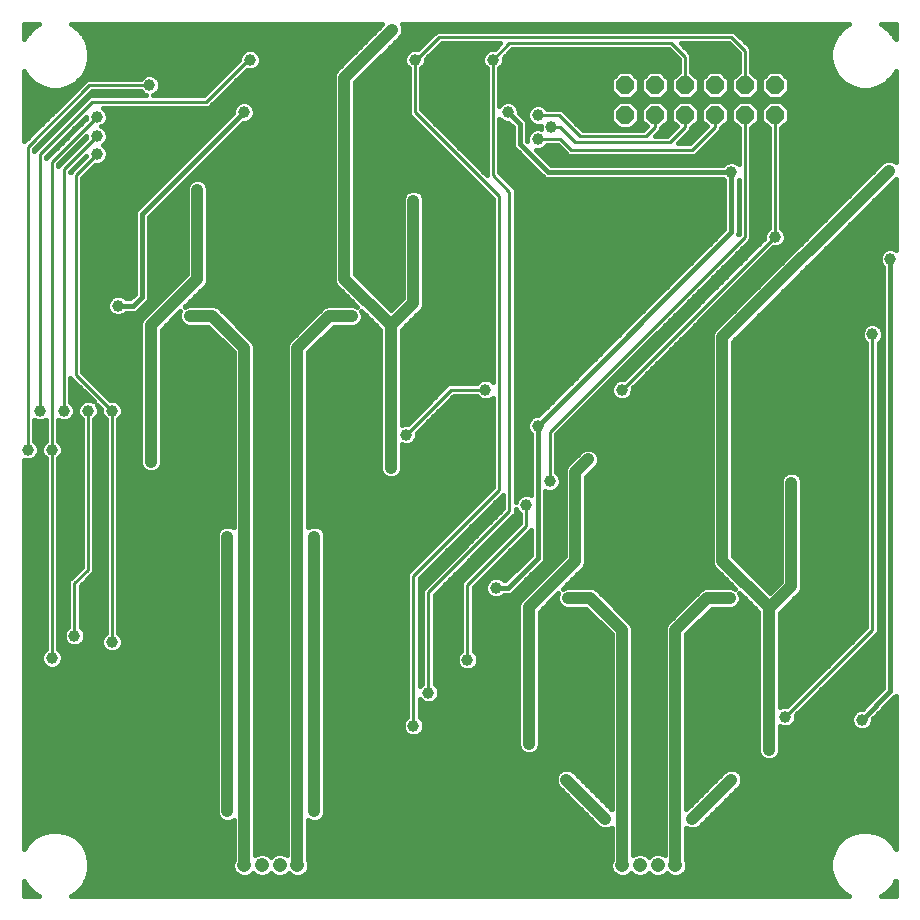
<source format=gbl>
G75*
%MOIN*%
%OFA0B0*%
%FSLAX25Y25*%
%IPPOS*%
%LPD*%
%AMOC8*
5,1,8,0,0,1.08239X$1,22.5*
%
%ADD10OC8,0.06000*%
%ADD11C,0.04756*%
%ADD12C,0.03962*%
%ADD13C,0.01600*%
%ADD14C,0.04000*%
%ADD15C,0.01000*%
D10*
X0208300Y0278000D03*
X0208300Y0288000D03*
X0218300Y0288000D03*
X0228300Y0288000D03*
X0238300Y0288000D03*
X0248300Y0288000D03*
X0248300Y0278000D03*
X0238300Y0278000D03*
X0228300Y0278000D03*
X0218300Y0278000D03*
X0258300Y0278000D03*
X0258300Y0288000D03*
D11*
X0225158Y0028000D03*
X0219253Y0028000D03*
X0213347Y0028000D03*
X0207442Y0028000D03*
X0099158Y0028000D03*
X0093253Y0028000D03*
X0087347Y0028000D03*
X0081442Y0028000D03*
D12*
X0075800Y0046000D03*
X0104800Y0046000D03*
X0137800Y0074500D03*
X0142800Y0085500D03*
X0155800Y0096500D03*
X0176300Y0114000D03*
X0165300Y0120500D03*
X0189300Y0117000D03*
X0175300Y0148000D03*
X0183300Y0156000D03*
X0196032Y0163232D03*
X0179300Y0174500D03*
X0161800Y0186500D03*
X0135300Y0171500D03*
X0130300Y0160500D03*
X0104800Y0137500D03*
X0075800Y0137500D03*
X0050300Y0162500D03*
X0037300Y0179500D03*
X0029300Y0179500D03*
X0021300Y0179500D03*
X0013300Y0179500D03*
X0009300Y0166500D03*
X0017300Y0166500D03*
X0050300Y0208000D03*
X0039300Y0214500D03*
X0063300Y0211000D03*
X0065800Y0253000D03*
X0081300Y0279000D03*
X0083300Y0296500D03*
X0049800Y0288000D03*
X0032300Y0277500D03*
X0032300Y0271000D03*
X0032300Y0265000D03*
X0114800Y0253000D03*
X0137800Y0249500D03*
X0169300Y0279000D03*
X0179300Y0278000D03*
X0183800Y0274000D03*
X0179300Y0270000D03*
X0164300Y0296500D03*
X0138300Y0296500D03*
X0130800Y0306500D03*
X0117300Y0211000D03*
X0130300Y0208000D03*
X0207300Y0186500D03*
X0240800Y0159000D03*
X0263800Y0155500D03*
X0256300Y0114000D03*
X0243300Y0117000D03*
X0261800Y0077500D03*
X0256300Y0066500D03*
X0243800Y0056500D03*
X0230800Y0043500D03*
X0201800Y0043500D03*
X0188800Y0056500D03*
X0176300Y0068500D03*
X0287300Y0076500D03*
X0290800Y0205000D03*
X0296800Y0230000D03*
X0296300Y0259500D03*
X0258300Y0237500D03*
X0243800Y0259000D03*
X0037300Y0102500D03*
X0024800Y0104500D03*
X0017300Y0097000D03*
D13*
X0012967Y0017800D02*
X0008100Y0017800D01*
X0008100Y0022667D01*
X0009098Y0020939D01*
X0011239Y0018798D01*
X0012967Y0017800D01*
X0010642Y0019394D02*
X0008100Y0019394D01*
X0008100Y0020993D02*
X0009067Y0020993D01*
X0008144Y0022591D02*
X0008100Y0022591D01*
X0008100Y0033333D02*
X0008100Y0163121D01*
X0008588Y0162919D01*
X0010012Y0162919D01*
X0011329Y0163464D01*
X0012336Y0164471D01*
X0012881Y0165788D01*
X0012881Y0167212D01*
X0012336Y0168529D01*
X0011400Y0169464D01*
X0011400Y0176411D01*
X0012588Y0175919D01*
X0014012Y0175919D01*
X0015200Y0176411D01*
X0015200Y0169464D01*
X0014264Y0168529D01*
X0013719Y0167212D01*
X0013719Y0165788D01*
X0014264Y0164471D01*
X0015200Y0163536D01*
X0015200Y0099964D01*
X0014264Y0099029D01*
X0013719Y0097712D01*
X0013719Y0096288D01*
X0014264Y0094971D01*
X0015271Y0093964D01*
X0016588Y0093419D01*
X0018012Y0093419D01*
X0019329Y0093964D01*
X0020336Y0094971D01*
X0020881Y0096288D01*
X0020881Y0097712D01*
X0020336Y0099029D01*
X0019400Y0099964D01*
X0019400Y0163536D01*
X0020336Y0164471D01*
X0020881Y0165788D01*
X0020881Y0167212D01*
X0020336Y0168529D01*
X0019400Y0169464D01*
X0019400Y0176411D01*
X0020588Y0175919D01*
X0022012Y0175919D01*
X0023329Y0176464D01*
X0024336Y0177471D01*
X0024881Y0178788D01*
X0024881Y0180212D01*
X0024336Y0181529D01*
X0023400Y0182464D01*
X0023400Y0190430D01*
X0024430Y0189400D01*
X0031270Y0182560D01*
X0030012Y0183081D01*
X0028588Y0183081D01*
X0027271Y0182536D01*
X0026264Y0181529D01*
X0025719Y0180212D01*
X0025719Y0178788D01*
X0026264Y0177471D01*
X0027200Y0176536D01*
X0027200Y0127370D01*
X0023930Y0124100D01*
X0022700Y0122870D01*
X0022700Y0107464D01*
X0021764Y0106529D01*
X0021219Y0105212D01*
X0021219Y0103788D01*
X0021764Y0102471D01*
X0022771Y0101464D01*
X0024088Y0100919D01*
X0025512Y0100919D01*
X0026829Y0101464D01*
X0027836Y0102471D01*
X0028381Y0103788D01*
X0028381Y0105212D01*
X0027836Y0106529D01*
X0026900Y0107464D01*
X0026900Y0121130D01*
X0031400Y0125630D01*
X0031400Y0176536D01*
X0032336Y0177471D01*
X0032881Y0178788D01*
X0032881Y0180212D01*
X0032360Y0181470D01*
X0033719Y0180111D01*
X0033719Y0178788D01*
X0034264Y0177471D01*
X0035200Y0176536D01*
X0035200Y0105464D01*
X0034264Y0104529D01*
X0033719Y0103212D01*
X0033719Y0101788D01*
X0034264Y0100471D01*
X0035271Y0099464D01*
X0036588Y0098919D01*
X0038012Y0098919D01*
X0039329Y0099464D01*
X0040336Y0100471D01*
X0040881Y0101788D01*
X0040881Y0103212D01*
X0040336Y0104529D01*
X0039400Y0105464D01*
X0039400Y0176536D01*
X0040336Y0177471D01*
X0040881Y0178788D01*
X0040881Y0180212D01*
X0040336Y0181529D01*
X0039329Y0182536D01*
X0038012Y0183081D01*
X0036689Y0183081D01*
X0027400Y0192370D01*
X0027400Y0257130D01*
X0031689Y0261419D01*
X0033012Y0261419D01*
X0034329Y0261964D01*
X0035336Y0262971D01*
X0035881Y0264288D01*
X0035881Y0265712D01*
X0035336Y0267029D01*
X0034364Y0268000D01*
X0035336Y0268971D01*
X0035881Y0270288D01*
X0035881Y0271712D01*
X0035336Y0273029D01*
X0034329Y0274036D01*
X0033812Y0274250D01*
X0034329Y0274464D01*
X0035336Y0275471D01*
X0035881Y0276788D01*
X0035881Y0278212D01*
X0035336Y0279529D01*
X0034464Y0280400D01*
X0069670Y0280400D01*
X0082306Y0293036D01*
X0082588Y0292919D01*
X0084012Y0292919D01*
X0085329Y0293464D01*
X0086336Y0294471D01*
X0086881Y0295788D01*
X0086881Y0297212D01*
X0086336Y0298529D01*
X0085329Y0299536D01*
X0084012Y0300081D01*
X0082588Y0300081D01*
X0081271Y0299536D01*
X0080264Y0298529D01*
X0079719Y0297212D01*
X0079719Y0296389D01*
X0067930Y0284600D01*
X0050949Y0284600D01*
X0051829Y0284964D01*
X0052836Y0285971D01*
X0053381Y0287288D01*
X0053381Y0288712D01*
X0052836Y0290029D01*
X0051829Y0291036D01*
X0050512Y0291581D01*
X0049088Y0291581D01*
X0047771Y0291036D01*
X0046836Y0290100D01*
X0028930Y0290100D01*
X0008430Y0269600D01*
X0008100Y0269270D01*
X0008100Y0292667D01*
X0009098Y0290939D01*
X0011239Y0288798D01*
X0013861Y0287284D01*
X0016786Y0286500D01*
X0019814Y0286500D01*
X0022739Y0287284D01*
X0025361Y0288798D01*
X0027502Y0290939D01*
X0029016Y0293561D01*
X0029800Y0296486D01*
X0029800Y0299514D01*
X0029016Y0302439D01*
X0027502Y0305061D01*
X0025361Y0307202D01*
X0023633Y0308200D01*
X0127409Y0308200D01*
X0112761Y0293552D01*
X0112761Y0293552D01*
X0111748Y0292539D01*
X0111200Y0291216D01*
X0111200Y0222784D01*
X0111748Y0221461D01*
X0112761Y0220448D01*
X0119028Y0214181D01*
X0118016Y0214600D01*
X0109084Y0214600D01*
X0107761Y0214052D01*
X0106748Y0213039D01*
X0096106Y0202398D01*
X0095558Y0201074D01*
X0095558Y0031320D01*
X0095506Y0031372D01*
X0094044Y0031978D01*
X0092461Y0031978D01*
X0090999Y0031372D01*
X0090300Y0030673D01*
X0089601Y0031372D01*
X0088139Y0031978D01*
X0086556Y0031978D01*
X0085094Y0031372D01*
X0085042Y0031320D01*
X0085042Y0201074D01*
X0084494Y0202398D01*
X0073852Y0213039D01*
X0072839Y0214052D01*
X0071516Y0214600D01*
X0062584Y0214600D01*
X0061572Y0214181D01*
X0067839Y0220448D01*
X0068852Y0221461D01*
X0069400Y0222784D01*
X0069400Y0253716D01*
X0068852Y0255039D01*
X0067839Y0256052D01*
X0066516Y0256600D01*
X0065084Y0256600D01*
X0063761Y0256052D01*
X0062748Y0255039D01*
X0062200Y0253716D01*
X0062200Y0224991D01*
X0047248Y0210039D01*
X0046700Y0208716D01*
X0046700Y0161784D01*
X0047248Y0160461D01*
X0048261Y0159448D01*
X0049584Y0158900D01*
X0051016Y0158900D01*
X0052339Y0159448D01*
X0053352Y0160461D01*
X0053900Y0161784D01*
X0053900Y0206509D01*
X0060119Y0212728D01*
X0059700Y0211716D01*
X0059700Y0210284D01*
X0060248Y0208961D01*
X0061261Y0207948D01*
X0062584Y0207400D01*
X0069309Y0207400D01*
X0077842Y0198867D01*
X0077842Y0140549D01*
X0077839Y0140552D01*
X0076516Y0141100D01*
X0075084Y0141100D01*
X0073761Y0140552D01*
X0072748Y0139539D01*
X0072200Y0138216D01*
X0072200Y0045284D01*
X0072748Y0043961D01*
X0073761Y0042948D01*
X0075084Y0042400D01*
X0076516Y0042400D01*
X0077839Y0042948D01*
X0077842Y0042951D01*
X0077842Y0029704D01*
X0077464Y0028791D01*
X0077464Y0027209D01*
X0078069Y0025747D01*
X0079188Y0024628D01*
X0080650Y0024022D01*
X0082233Y0024022D01*
X0083695Y0024628D01*
X0084394Y0025327D01*
X0085094Y0024628D01*
X0086556Y0024022D01*
X0088139Y0024022D01*
X0089601Y0024628D01*
X0090300Y0025327D01*
X0090999Y0024628D01*
X0092461Y0024022D01*
X0094044Y0024022D01*
X0095506Y0024628D01*
X0096205Y0025327D01*
X0096905Y0024628D01*
X0098367Y0024022D01*
X0099950Y0024022D01*
X0101412Y0024628D01*
X0102531Y0025747D01*
X0103136Y0027209D01*
X0103136Y0028791D01*
X0102758Y0029704D01*
X0102758Y0042951D01*
X0102761Y0042948D01*
X0104084Y0042400D01*
X0105516Y0042400D01*
X0106839Y0042948D01*
X0107852Y0043961D01*
X0108400Y0045284D01*
X0108400Y0138216D01*
X0107852Y0139539D01*
X0106839Y0140552D01*
X0105516Y0141100D01*
X0104084Y0141100D01*
X0102761Y0140552D01*
X0102758Y0140549D01*
X0102758Y0198867D01*
X0111291Y0207400D01*
X0118016Y0207400D01*
X0119339Y0207948D01*
X0120352Y0208961D01*
X0120900Y0210284D01*
X0120900Y0211716D01*
X0120481Y0212728D01*
X0126700Y0206509D01*
X0126700Y0159784D01*
X0127248Y0158461D01*
X0128261Y0157448D01*
X0129584Y0156900D01*
X0131016Y0156900D01*
X0132339Y0157448D01*
X0133352Y0158461D01*
X0133900Y0159784D01*
X0133900Y0168204D01*
X0134588Y0167919D01*
X0136012Y0167919D01*
X0137329Y0168464D01*
X0138336Y0169471D01*
X0138881Y0170788D01*
X0138881Y0172111D01*
X0151170Y0184400D01*
X0158836Y0184400D01*
X0159771Y0183464D01*
X0161088Y0182919D01*
X0162512Y0182919D01*
X0163829Y0183464D01*
X0164200Y0183836D01*
X0164200Y0153870D01*
X0136930Y0126600D01*
X0135700Y0125370D01*
X0135700Y0077464D01*
X0134764Y0076529D01*
X0134219Y0075212D01*
X0134219Y0073788D01*
X0134764Y0072471D01*
X0135771Y0071464D01*
X0137088Y0070919D01*
X0138512Y0070919D01*
X0139829Y0071464D01*
X0140836Y0072471D01*
X0141381Y0073788D01*
X0141381Y0075212D01*
X0140836Y0076529D01*
X0139900Y0077464D01*
X0139900Y0083336D01*
X0140771Y0082464D01*
X0142088Y0081919D01*
X0143512Y0081919D01*
X0144829Y0082464D01*
X0145836Y0083471D01*
X0146381Y0084788D01*
X0146381Y0086212D01*
X0145836Y0087529D01*
X0144900Y0088464D01*
X0144900Y0118130D01*
X0170670Y0143900D01*
X0171900Y0145130D01*
X0171900Y0146851D01*
X0172264Y0145971D01*
X0173200Y0145036D01*
X0173200Y0141870D01*
X0154930Y0123600D01*
X0153700Y0122370D01*
X0153700Y0099464D01*
X0152764Y0098529D01*
X0152219Y0097212D01*
X0152219Y0095788D01*
X0152764Y0094471D01*
X0153771Y0093464D01*
X0155088Y0092919D01*
X0156512Y0092919D01*
X0157829Y0093464D01*
X0158836Y0094471D01*
X0159381Y0095788D01*
X0159381Y0097212D01*
X0158836Y0098529D01*
X0157900Y0099464D01*
X0157900Y0120630D01*
X0176900Y0139630D01*
X0176900Y0131494D01*
X0168306Y0122900D01*
X0167964Y0122900D01*
X0167329Y0123536D01*
X0166012Y0124081D01*
X0164588Y0124081D01*
X0163271Y0123536D01*
X0162264Y0122529D01*
X0161719Y0121212D01*
X0161719Y0119788D01*
X0162264Y0118471D01*
X0163271Y0117464D01*
X0164588Y0116919D01*
X0166012Y0116919D01*
X0167329Y0117464D01*
X0167964Y0118100D01*
X0169777Y0118100D01*
X0170659Y0118465D01*
X0171335Y0119141D01*
X0180659Y0128465D01*
X0181335Y0129141D01*
X0181700Y0130023D01*
X0181700Y0152787D01*
X0182588Y0152419D01*
X0184012Y0152419D01*
X0185329Y0152964D01*
X0186336Y0153971D01*
X0186881Y0155288D01*
X0186881Y0156712D01*
X0186336Y0158029D01*
X0185400Y0158964D01*
X0185400Y0171630D01*
X0249170Y0235400D01*
X0250400Y0236630D01*
X0250400Y0273595D01*
X0252900Y0276095D01*
X0252900Y0279905D01*
X0250205Y0282600D01*
X0246395Y0282600D01*
X0243700Y0279905D01*
X0243700Y0276095D01*
X0246200Y0273595D01*
X0246200Y0261664D01*
X0245829Y0262036D01*
X0244512Y0262581D01*
X0243088Y0262581D01*
X0241771Y0262036D01*
X0241136Y0261400D01*
X0183794Y0261400D01*
X0178775Y0266419D01*
X0180012Y0266419D01*
X0181329Y0266964D01*
X0182264Y0267900D01*
X0185930Y0267900D01*
X0188200Y0265630D01*
X0189430Y0264400D01*
X0231670Y0264400D01*
X0232900Y0265630D01*
X0232900Y0265630D01*
X0239170Y0271900D01*
X0240400Y0273130D01*
X0240400Y0273595D01*
X0242900Y0276095D01*
X0242900Y0279905D01*
X0240205Y0282600D01*
X0236395Y0282600D01*
X0233700Y0279905D01*
X0233700Y0276095D01*
X0235562Y0274232D01*
X0229930Y0268600D01*
X0225870Y0268600D01*
X0229170Y0271900D01*
X0230400Y0273130D01*
X0230400Y0273595D01*
X0232900Y0276095D01*
X0232900Y0279905D01*
X0230205Y0282600D01*
X0226395Y0282600D01*
X0223700Y0279905D01*
X0223700Y0276095D01*
X0225562Y0274232D01*
X0222430Y0271100D01*
X0218370Y0271100D01*
X0218650Y0271380D01*
X0219170Y0271900D01*
X0220400Y0273130D01*
X0220400Y0273595D01*
X0222900Y0276095D01*
X0222900Y0279905D01*
X0220205Y0282600D01*
X0216395Y0282600D01*
X0213700Y0279905D01*
X0213700Y0276095D01*
X0215562Y0274232D01*
X0214430Y0273100D01*
X0194170Y0273100D01*
X0187170Y0280100D01*
X0182264Y0280100D01*
X0181329Y0281036D01*
X0180012Y0281581D01*
X0178588Y0281581D01*
X0177271Y0281036D01*
X0176264Y0280029D01*
X0175719Y0278712D01*
X0175719Y0277288D01*
X0176264Y0275971D01*
X0177271Y0274964D01*
X0178588Y0274419D01*
X0180012Y0274419D01*
X0180219Y0274504D01*
X0180219Y0273496D01*
X0180012Y0273581D01*
X0178588Y0273581D01*
X0177271Y0273036D01*
X0176264Y0272029D01*
X0175719Y0270712D01*
X0175719Y0269475D01*
X0175700Y0269494D01*
X0175700Y0275477D01*
X0175335Y0276359D01*
X0174659Y0277035D01*
X0172881Y0278813D01*
X0172881Y0279712D01*
X0172336Y0281029D01*
X0171329Y0282036D01*
X0170012Y0282581D01*
X0168588Y0282581D01*
X0167271Y0282036D01*
X0166400Y0281164D01*
X0166400Y0293536D01*
X0167336Y0294471D01*
X0167881Y0295788D01*
X0167881Y0297111D01*
X0170670Y0299900D01*
X0222930Y0299900D01*
X0226200Y0296630D01*
X0226200Y0292405D01*
X0223700Y0289905D01*
X0223700Y0286095D01*
X0226395Y0283400D01*
X0230205Y0283400D01*
X0232900Y0286095D01*
X0232900Y0289905D01*
X0230400Y0292405D01*
X0230400Y0298370D01*
X0229170Y0299600D01*
X0229170Y0299600D01*
X0226870Y0301900D01*
X0242930Y0301900D01*
X0246200Y0298630D01*
X0246200Y0292405D01*
X0243700Y0289905D01*
X0243700Y0286095D01*
X0246395Y0283400D01*
X0250205Y0283400D01*
X0252900Y0286095D01*
X0252900Y0289905D01*
X0250400Y0292405D01*
X0250400Y0300370D01*
X0249170Y0301600D01*
X0244670Y0306100D01*
X0145430Y0306100D01*
X0144200Y0304870D01*
X0139294Y0299964D01*
X0139012Y0300081D01*
X0137588Y0300081D01*
X0136271Y0299536D01*
X0135264Y0298529D01*
X0134719Y0297212D01*
X0134719Y0295788D01*
X0135264Y0294471D01*
X0136200Y0293536D01*
X0136200Y0278130D01*
X0164200Y0250130D01*
X0164200Y0189164D01*
X0163829Y0189536D01*
X0162512Y0190081D01*
X0161088Y0190081D01*
X0159771Y0189536D01*
X0158836Y0188600D01*
X0149430Y0188600D01*
X0135911Y0175081D01*
X0134588Y0175081D01*
X0133900Y0174796D01*
X0133900Y0206509D01*
X0140852Y0213461D01*
X0141400Y0214784D01*
X0141400Y0250216D01*
X0140852Y0251539D01*
X0139839Y0252552D01*
X0138516Y0253100D01*
X0137084Y0253100D01*
X0135761Y0252552D01*
X0134748Y0251539D01*
X0134200Y0250216D01*
X0134200Y0216991D01*
X0130300Y0213091D01*
X0118400Y0224991D01*
X0118400Y0289009D01*
X0133852Y0304461D01*
X0134400Y0305784D01*
X0134400Y0307216D01*
X0133992Y0308200D01*
X0282967Y0308200D01*
X0281239Y0307202D01*
X0279098Y0305061D01*
X0277584Y0302439D01*
X0276800Y0299514D01*
X0276800Y0296486D01*
X0277584Y0293561D01*
X0279098Y0290939D01*
X0281239Y0288798D01*
X0283861Y0287284D01*
X0286786Y0286500D01*
X0289814Y0286500D01*
X0292739Y0287284D01*
X0295361Y0288798D01*
X0297502Y0290939D01*
X0298500Y0292667D01*
X0298500Y0262391D01*
X0298339Y0262552D01*
X0297016Y0263100D01*
X0295584Y0263100D01*
X0294261Y0262552D01*
X0238761Y0207052D01*
X0237748Y0206039D01*
X0237200Y0204716D01*
X0237200Y0128784D01*
X0237748Y0127461D01*
X0238761Y0126448D01*
X0245028Y0120181D01*
X0244016Y0120600D01*
X0235084Y0120600D01*
X0233761Y0120052D01*
X0232748Y0119039D01*
X0222106Y0108398D01*
X0221558Y0107074D01*
X0221558Y0031320D01*
X0221506Y0031372D01*
X0220044Y0031978D01*
X0218461Y0031978D01*
X0216999Y0031372D01*
X0216300Y0030673D01*
X0215601Y0031372D01*
X0214139Y0031978D01*
X0212556Y0031978D01*
X0211094Y0031372D01*
X0211042Y0031320D01*
X0211042Y0107074D01*
X0210494Y0108398D01*
X0199852Y0119039D01*
X0198839Y0120052D01*
X0197516Y0120600D01*
X0188584Y0120600D01*
X0187572Y0120181D01*
X0193839Y0126448D01*
X0194852Y0127461D01*
X0195400Y0128784D01*
X0195400Y0157509D01*
X0199084Y0161193D01*
X0199632Y0162516D01*
X0199632Y0163948D01*
X0199084Y0165272D01*
X0198072Y0166284D01*
X0196748Y0166832D01*
X0195316Y0166832D01*
X0193993Y0166284D01*
X0188748Y0161039D01*
X0188200Y0159716D01*
X0188200Y0130991D01*
X0173248Y0116039D01*
X0172700Y0114716D01*
X0172700Y0113284D01*
X0172700Y0067784D01*
X0173248Y0066461D01*
X0174261Y0065448D01*
X0175584Y0064900D01*
X0177016Y0064900D01*
X0178339Y0065448D01*
X0179352Y0066461D01*
X0179900Y0067784D01*
X0179900Y0112509D01*
X0186119Y0118728D01*
X0185700Y0117716D01*
X0185700Y0116284D01*
X0186248Y0114961D01*
X0187261Y0113948D01*
X0188584Y0113400D01*
X0195309Y0113400D01*
X0203842Y0104867D01*
X0203842Y0046549D01*
X0190839Y0059552D01*
X0189516Y0060100D01*
X0188084Y0060100D01*
X0186761Y0059552D01*
X0185748Y0058539D01*
X0185200Y0057216D01*
X0185200Y0055784D01*
X0185748Y0054461D01*
X0199761Y0040448D01*
X0201084Y0039900D01*
X0202516Y0039900D01*
X0203839Y0040448D01*
X0203842Y0040451D01*
X0203842Y0029704D01*
X0203464Y0028791D01*
X0203464Y0027209D01*
X0204069Y0025747D01*
X0205188Y0024628D01*
X0206650Y0024022D01*
X0208233Y0024022D01*
X0209695Y0024628D01*
X0210394Y0025327D01*
X0211094Y0024628D01*
X0212556Y0024022D01*
X0214139Y0024022D01*
X0215601Y0024628D01*
X0216300Y0025327D01*
X0216999Y0024628D01*
X0218461Y0024022D01*
X0220044Y0024022D01*
X0221506Y0024628D01*
X0222205Y0025327D01*
X0222905Y0024628D01*
X0224367Y0024022D01*
X0225950Y0024022D01*
X0227412Y0024628D01*
X0228531Y0025747D01*
X0229136Y0027209D01*
X0229136Y0028791D01*
X0228758Y0029704D01*
X0228758Y0040451D01*
X0228761Y0040448D01*
X0230084Y0039900D01*
X0231516Y0039900D01*
X0232839Y0040448D01*
X0246852Y0054461D01*
X0247400Y0055784D01*
X0247400Y0057216D01*
X0246852Y0058539D01*
X0245839Y0059552D01*
X0244516Y0060100D01*
X0243084Y0060100D01*
X0241761Y0059552D01*
X0228758Y0046549D01*
X0228758Y0104867D01*
X0237291Y0113400D01*
X0244016Y0113400D01*
X0245339Y0113948D01*
X0246352Y0114961D01*
X0246900Y0116284D01*
X0246900Y0117716D01*
X0246481Y0118728D01*
X0252700Y0112509D01*
X0252700Y0065784D01*
X0253248Y0064461D01*
X0254261Y0063448D01*
X0255584Y0062900D01*
X0257016Y0062900D01*
X0258339Y0063448D01*
X0259352Y0064461D01*
X0259900Y0065784D01*
X0259900Y0074411D01*
X0261088Y0073919D01*
X0262512Y0073919D01*
X0263829Y0074464D01*
X0264836Y0075471D01*
X0265381Y0076788D01*
X0265381Y0078111D01*
X0292900Y0105630D01*
X0292900Y0202036D01*
X0293836Y0202971D01*
X0294381Y0204288D01*
X0294381Y0205712D01*
X0293836Y0207029D01*
X0292829Y0208036D01*
X0291512Y0208581D01*
X0290088Y0208581D01*
X0288771Y0208036D01*
X0287764Y0207029D01*
X0287219Y0205712D01*
X0287219Y0204288D01*
X0287764Y0202971D01*
X0288700Y0202036D01*
X0288700Y0107370D01*
X0262411Y0081081D01*
X0261088Y0081081D01*
X0259900Y0080589D01*
X0259900Y0112009D01*
X0266852Y0118961D01*
X0267400Y0120284D01*
X0267400Y0156216D01*
X0266852Y0157539D01*
X0265839Y0158552D01*
X0264516Y0159100D01*
X0263084Y0159100D01*
X0261761Y0158552D01*
X0260748Y0157539D01*
X0260200Y0156216D01*
X0260200Y0122491D01*
X0256550Y0118841D01*
X0244400Y0130991D01*
X0244400Y0202509D01*
X0298500Y0256609D01*
X0298500Y0233172D01*
X0297512Y0233581D01*
X0296088Y0233581D01*
X0294771Y0233036D01*
X0293764Y0232029D01*
X0293219Y0230712D01*
X0293219Y0229288D01*
X0293764Y0227971D01*
X0294400Y0227336D01*
X0294400Y0086994D01*
X0287487Y0080081D01*
X0286588Y0080081D01*
X0285271Y0079536D01*
X0284264Y0078529D01*
X0283719Y0077212D01*
X0283719Y0075788D01*
X0284264Y0074471D01*
X0285271Y0073464D01*
X0286588Y0072919D01*
X0288012Y0072919D01*
X0289329Y0073464D01*
X0290336Y0074471D01*
X0290881Y0075788D01*
X0290881Y0076687D01*
X0298159Y0083965D01*
X0298500Y0084306D01*
X0298500Y0033333D01*
X0297502Y0035061D01*
X0295361Y0037202D01*
X0292739Y0038716D01*
X0289814Y0039500D01*
X0286786Y0039500D01*
X0283861Y0038716D01*
X0281239Y0037202D01*
X0279098Y0035061D01*
X0277584Y0032439D01*
X0276800Y0029514D01*
X0276800Y0026486D01*
X0277584Y0023561D01*
X0279098Y0020939D01*
X0281239Y0018798D01*
X0282967Y0017800D01*
X0023633Y0017800D01*
X0025361Y0018798D01*
X0027502Y0020939D01*
X0029016Y0023561D01*
X0029800Y0026486D01*
X0029800Y0029514D01*
X0029016Y0032439D01*
X0027502Y0035061D01*
X0025361Y0037202D01*
X0022739Y0038716D01*
X0019814Y0039500D01*
X0016786Y0039500D01*
X0013861Y0038716D01*
X0011239Y0037202D01*
X0009098Y0035061D01*
X0008100Y0033333D01*
X0008100Y0033781D02*
X0008358Y0033781D01*
X0008100Y0035379D02*
X0009416Y0035379D01*
X0008100Y0036978D02*
X0011014Y0036978D01*
X0013619Y0038576D02*
X0008100Y0038576D01*
X0008100Y0040175D02*
X0077842Y0040175D01*
X0077842Y0041773D02*
X0008100Y0041773D01*
X0008100Y0043372D02*
X0073337Y0043372D01*
X0072330Y0044970D02*
X0008100Y0044970D01*
X0008100Y0046569D02*
X0072200Y0046569D01*
X0072200Y0048167D02*
X0008100Y0048167D01*
X0008100Y0049766D02*
X0072200Y0049766D01*
X0072200Y0051364D02*
X0008100Y0051364D01*
X0008100Y0052963D02*
X0072200Y0052963D01*
X0072200Y0054561D02*
X0008100Y0054561D01*
X0008100Y0056160D02*
X0072200Y0056160D01*
X0072200Y0057758D02*
X0008100Y0057758D01*
X0008100Y0059357D02*
X0072200Y0059357D01*
X0072200Y0060955D02*
X0008100Y0060955D01*
X0008100Y0062554D02*
X0072200Y0062554D01*
X0072200Y0064152D02*
X0008100Y0064152D01*
X0008100Y0065751D02*
X0072200Y0065751D01*
X0072200Y0067349D02*
X0008100Y0067349D01*
X0008100Y0068948D02*
X0072200Y0068948D01*
X0072200Y0070546D02*
X0008100Y0070546D01*
X0008100Y0072145D02*
X0072200Y0072145D01*
X0072200Y0073743D02*
X0008100Y0073743D01*
X0008100Y0075342D02*
X0072200Y0075342D01*
X0072200Y0076940D02*
X0008100Y0076940D01*
X0008100Y0078539D02*
X0072200Y0078539D01*
X0072200Y0080137D02*
X0008100Y0080137D01*
X0008100Y0081736D02*
X0072200Y0081736D01*
X0072200Y0083334D02*
X0008100Y0083334D01*
X0008100Y0084933D02*
X0072200Y0084933D01*
X0072200Y0086532D02*
X0008100Y0086532D01*
X0008100Y0088130D02*
X0072200Y0088130D01*
X0072200Y0089729D02*
X0008100Y0089729D01*
X0008100Y0091327D02*
X0072200Y0091327D01*
X0072200Y0092926D02*
X0008100Y0092926D01*
X0008100Y0094524D02*
X0014711Y0094524D01*
X0013787Y0096123D02*
X0008100Y0096123D01*
X0008100Y0097721D02*
X0013723Y0097721D01*
X0014555Y0099320D02*
X0008100Y0099320D01*
X0008100Y0100918D02*
X0015200Y0100918D01*
X0015200Y0102517D02*
X0008100Y0102517D01*
X0008100Y0104115D02*
X0015200Y0104115D01*
X0015200Y0105714D02*
X0008100Y0105714D01*
X0008100Y0107312D02*
X0015200Y0107312D01*
X0015200Y0108911D02*
X0008100Y0108911D01*
X0008100Y0110509D02*
X0015200Y0110509D01*
X0015200Y0112108D02*
X0008100Y0112108D01*
X0008100Y0113706D02*
X0015200Y0113706D01*
X0015200Y0115305D02*
X0008100Y0115305D01*
X0008100Y0116903D02*
X0015200Y0116903D01*
X0015200Y0118502D02*
X0008100Y0118502D01*
X0008100Y0120100D02*
X0015200Y0120100D01*
X0015200Y0121699D02*
X0008100Y0121699D01*
X0008100Y0123297D02*
X0015200Y0123297D01*
X0015200Y0124896D02*
X0008100Y0124896D01*
X0008100Y0126494D02*
X0015200Y0126494D01*
X0015200Y0128093D02*
X0008100Y0128093D01*
X0008100Y0129691D02*
X0015200Y0129691D01*
X0015200Y0131290D02*
X0008100Y0131290D01*
X0008100Y0132888D02*
X0015200Y0132888D01*
X0015200Y0134487D02*
X0008100Y0134487D01*
X0008100Y0136085D02*
X0015200Y0136085D01*
X0015200Y0137684D02*
X0008100Y0137684D01*
X0008100Y0139282D02*
X0015200Y0139282D01*
X0015200Y0140881D02*
X0008100Y0140881D01*
X0008100Y0142479D02*
X0015200Y0142479D01*
X0015200Y0144078D02*
X0008100Y0144078D01*
X0008100Y0145676D02*
X0015200Y0145676D01*
X0015200Y0147275D02*
X0008100Y0147275D01*
X0008100Y0148873D02*
X0015200Y0148873D01*
X0015200Y0150472D02*
X0008100Y0150472D01*
X0008100Y0152070D02*
X0015200Y0152070D01*
X0015200Y0153669D02*
X0008100Y0153669D01*
X0008100Y0155268D02*
X0015200Y0155268D01*
X0015200Y0156866D02*
X0008100Y0156866D01*
X0008100Y0158465D02*
X0015200Y0158465D01*
X0015200Y0160063D02*
X0008100Y0160063D01*
X0008100Y0161662D02*
X0015200Y0161662D01*
X0015200Y0163260D02*
X0010836Y0163260D01*
X0012496Y0164859D02*
X0014104Y0164859D01*
X0013719Y0166457D02*
X0012881Y0166457D01*
X0012532Y0168056D02*
X0014068Y0168056D01*
X0015200Y0169654D02*
X0011400Y0169654D01*
X0011400Y0171253D02*
X0015200Y0171253D01*
X0015200Y0172851D02*
X0011400Y0172851D01*
X0011400Y0174450D02*
X0015200Y0174450D01*
X0015200Y0176048D02*
X0014324Y0176048D01*
X0012276Y0176048D02*
X0011400Y0176048D01*
X0019400Y0176048D02*
X0020276Y0176048D01*
X0019400Y0174450D02*
X0027200Y0174450D01*
X0027200Y0176048D02*
X0022324Y0176048D01*
X0024408Y0177647D02*
X0026192Y0177647D01*
X0025719Y0179245D02*
X0024881Y0179245D01*
X0024620Y0180844D02*
X0025980Y0180844D01*
X0027178Y0182442D02*
X0023422Y0182442D01*
X0023400Y0184041D02*
X0029789Y0184041D01*
X0028191Y0185639D02*
X0023400Y0185639D01*
X0023400Y0187238D02*
X0026592Y0187238D01*
X0024994Y0188836D02*
X0023400Y0188836D01*
X0027737Y0192033D02*
X0046700Y0192033D01*
X0046700Y0190435D02*
X0029335Y0190435D01*
X0030934Y0188836D02*
X0046700Y0188836D01*
X0046700Y0187238D02*
X0032532Y0187238D01*
X0034131Y0185639D02*
X0046700Y0185639D01*
X0046700Y0184041D02*
X0035729Y0184041D01*
X0039422Y0182442D02*
X0046700Y0182442D01*
X0046700Y0180844D02*
X0040620Y0180844D01*
X0040881Y0179245D02*
X0046700Y0179245D01*
X0046700Y0177647D02*
X0040408Y0177647D01*
X0039400Y0176048D02*
X0046700Y0176048D01*
X0046700Y0174450D02*
X0039400Y0174450D01*
X0039400Y0172851D02*
X0046700Y0172851D01*
X0046700Y0171253D02*
X0039400Y0171253D01*
X0039400Y0169654D02*
X0046700Y0169654D01*
X0046700Y0168056D02*
X0039400Y0168056D01*
X0039400Y0166457D02*
X0046700Y0166457D01*
X0046700Y0164859D02*
X0039400Y0164859D01*
X0039400Y0163260D02*
X0046700Y0163260D01*
X0046751Y0161662D02*
X0039400Y0161662D01*
X0039400Y0160063D02*
X0047646Y0160063D01*
X0052954Y0160063D02*
X0077842Y0160063D01*
X0077842Y0158465D02*
X0039400Y0158465D01*
X0039400Y0156866D02*
X0077842Y0156866D01*
X0077842Y0155268D02*
X0039400Y0155268D01*
X0039400Y0153669D02*
X0077842Y0153669D01*
X0077842Y0152070D02*
X0039400Y0152070D01*
X0039400Y0150472D02*
X0077842Y0150472D01*
X0077842Y0148873D02*
X0039400Y0148873D01*
X0039400Y0147275D02*
X0077842Y0147275D01*
X0077842Y0145676D02*
X0039400Y0145676D01*
X0039400Y0144078D02*
X0077842Y0144078D01*
X0077842Y0142479D02*
X0039400Y0142479D01*
X0039400Y0140881D02*
X0074555Y0140881D01*
X0077045Y0140881D02*
X0077842Y0140881D01*
X0072642Y0139282D02*
X0039400Y0139282D01*
X0039400Y0137684D02*
X0072200Y0137684D01*
X0072200Y0136085D02*
X0039400Y0136085D01*
X0039400Y0134487D02*
X0072200Y0134487D01*
X0072200Y0132888D02*
X0039400Y0132888D01*
X0039400Y0131290D02*
X0072200Y0131290D01*
X0072200Y0129691D02*
X0039400Y0129691D01*
X0039400Y0128093D02*
X0072200Y0128093D01*
X0072200Y0126494D02*
X0039400Y0126494D01*
X0039400Y0124896D02*
X0072200Y0124896D01*
X0072200Y0123297D02*
X0039400Y0123297D01*
X0039400Y0121699D02*
X0072200Y0121699D01*
X0072200Y0120100D02*
X0039400Y0120100D01*
X0039400Y0118502D02*
X0072200Y0118502D01*
X0072200Y0116903D02*
X0039400Y0116903D01*
X0039400Y0115305D02*
X0072200Y0115305D01*
X0072200Y0113706D02*
X0039400Y0113706D01*
X0039400Y0112108D02*
X0072200Y0112108D01*
X0072200Y0110509D02*
X0039400Y0110509D01*
X0039400Y0108911D02*
X0072200Y0108911D01*
X0072200Y0107312D02*
X0039400Y0107312D01*
X0039400Y0105714D02*
X0072200Y0105714D01*
X0072200Y0104115D02*
X0040507Y0104115D01*
X0040881Y0102517D02*
X0072200Y0102517D01*
X0072200Y0100918D02*
X0040521Y0100918D01*
X0038980Y0099320D02*
X0072200Y0099320D01*
X0072200Y0097721D02*
X0020877Y0097721D01*
X0020813Y0096123D02*
X0072200Y0096123D01*
X0072200Y0094524D02*
X0019889Y0094524D01*
X0020045Y0099320D02*
X0035620Y0099320D01*
X0034079Y0100918D02*
X0019400Y0100918D01*
X0019400Y0102517D02*
X0021745Y0102517D01*
X0021219Y0104115D02*
X0019400Y0104115D01*
X0019400Y0105714D02*
X0021427Y0105714D01*
X0022548Y0107312D02*
X0019400Y0107312D01*
X0019400Y0108911D02*
X0022700Y0108911D01*
X0022700Y0110509D02*
X0019400Y0110509D01*
X0019400Y0112108D02*
X0022700Y0112108D01*
X0022700Y0113706D02*
X0019400Y0113706D01*
X0019400Y0115305D02*
X0022700Y0115305D01*
X0022700Y0116903D02*
X0019400Y0116903D01*
X0019400Y0118502D02*
X0022700Y0118502D01*
X0022700Y0120100D02*
X0019400Y0120100D01*
X0019400Y0121699D02*
X0022700Y0121699D01*
X0023127Y0123297D02*
X0019400Y0123297D01*
X0019400Y0124896D02*
X0024726Y0124896D01*
X0026324Y0126494D02*
X0019400Y0126494D01*
X0019400Y0128093D02*
X0027200Y0128093D01*
X0027200Y0129691D02*
X0019400Y0129691D01*
X0019400Y0131290D02*
X0027200Y0131290D01*
X0027200Y0132888D02*
X0019400Y0132888D01*
X0019400Y0134487D02*
X0027200Y0134487D01*
X0027200Y0136085D02*
X0019400Y0136085D01*
X0019400Y0137684D02*
X0027200Y0137684D01*
X0027200Y0139282D02*
X0019400Y0139282D01*
X0019400Y0140881D02*
X0027200Y0140881D01*
X0027200Y0142479D02*
X0019400Y0142479D01*
X0019400Y0144078D02*
X0027200Y0144078D01*
X0027200Y0145676D02*
X0019400Y0145676D01*
X0019400Y0147275D02*
X0027200Y0147275D01*
X0027200Y0148873D02*
X0019400Y0148873D01*
X0019400Y0150472D02*
X0027200Y0150472D01*
X0027200Y0152070D02*
X0019400Y0152070D01*
X0019400Y0153669D02*
X0027200Y0153669D01*
X0027200Y0155268D02*
X0019400Y0155268D01*
X0019400Y0156866D02*
X0027200Y0156866D01*
X0027200Y0158465D02*
X0019400Y0158465D01*
X0019400Y0160063D02*
X0027200Y0160063D01*
X0027200Y0161662D02*
X0019400Y0161662D01*
X0019400Y0163260D02*
X0027200Y0163260D01*
X0027200Y0164859D02*
X0020496Y0164859D01*
X0020881Y0166457D02*
X0027200Y0166457D01*
X0027200Y0168056D02*
X0020532Y0168056D01*
X0019400Y0169654D02*
X0027200Y0169654D01*
X0027200Y0171253D02*
X0019400Y0171253D01*
X0019400Y0172851D02*
X0027200Y0172851D01*
X0031400Y0172851D02*
X0035200Y0172851D01*
X0035200Y0171253D02*
X0031400Y0171253D01*
X0031400Y0169654D02*
X0035200Y0169654D01*
X0035200Y0168056D02*
X0031400Y0168056D01*
X0031400Y0166457D02*
X0035200Y0166457D01*
X0035200Y0164859D02*
X0031400Y0164859D01*
X0031400Y0163260D02*
X0035200Y0163260D01*
X0035200Y0161662D02*
X0031400Y0161662D01*
X0031400Y0160063D02*
X0035200Y0160063D01*
X0035200Y0158465D02*
X0031400Y0158465D01*
X0031400Y0156866D02*
X0035200Y0156866D01*
X0035200Y0155268D02*
X0031400Y0155268D01*
X0031400Y0153669D02*
X0035200Y0153669D01*
X0035200Y0152070D02*
X0031400Y0152070D01*
X0031400Y0150472D02*
X0035200Y0150472D01*
X0035200Y0148873D02*
X0031400Y0148873D01*
X0031400Y0147275D02*
X0035200Y0147275D01*
X0035200Y0145676D02*
X0031400Y0145676D01*
X0031400Y0144078D02*
X0035200Y0144078D01*
X0035200Y0142479D02*
X0031400Y0142479D01*
X0031400Y0140881D02*
X0035200Y0140881D01*
X0035200Y0139282D02*
X0031400Y0139282D01*
X0031400Y0137684D02*
X0035200Y0137684D01*
X0035200Y0136085D02*
X0031400Y0136085D01*
X0031400Y0134487D02*
X0035200Y0134487D01*
X0035200Y0132888D02*
X0031400Y0132888D01*
X0031400Y0131290D02*
X0035200Y0131290D01*
X0035200Y0129691D02*
X0031400Y0129691D01*
X0031400Y0128093D02*
X0035200Y0128093D01*
X0035200Y0126494D02*
X0031400Y0126494D01*
X0030666Y0124896D02*
X0035200Y0124896D01*
X0035200Y0123297D02*
X0029067Y0123297D01*
X0027469Y0121699D02*
X0035200Y0121699D01*
X0035200Y0120100D02*
X0026900Y0120100D01*
X0026900Y0118502D02*
X0035200Y0118502D01*
X0035200Y0116903D02*
X0026900Y0116903D01*
X0026900Y0115305D02*
X0035200Y0115305D01*
X0035200Y0113706D02*
X0026900Y0113706D01*
X0026900Y0112108D02*
X0035200Y0112108D01*
X0035200Y0110509D02*
X0026900Y0110509D01*
X0026900Y0108911D02*
X0035200Y0108911D01*
X0035200Y0107312D02*
X0027052Y0107312D01*
X0028173Y0105714D02*
X0035200Y0105714D01*
X0034093Y0104115D02*
X0028381Y0104115D01*
X0027855Y0102517D02*
X0033719Y0102517D01*
X0085042Y0102517D02*
X0095558Y0102517D01*
X0095558Y0104115D02*
X0085042Y0104115D01*
X0085042Y0105714D02*
X0095558Y0105714D01*
X0095558Y0107312D02*
X0085042Y0107312D01*
X0085042Y0108911D02*
X0095558Y0108911D01*
X0095558Y0110509D02*
X0085042Y0110509D01*
X0085042Y0112108D02*
X0095558Y0112108D01*
X0095558Y0113706D02*
X0085042Y0113706D01*
X0085042Y0115305D02*
X0095558Y0115305D01*
X0095558Y0116903D02*
X0085042Y0116903D01*
X0085042Y0118502D02*
X0095558Y0118502D01*
X0095558Y0120100D02*
X0085042Y0120100D01*
X0085042Y0121699D02*
X0095558Y0121699D01*
X0095558Y0123297D02*
X0085042Y0123297D01*
X0085042Y0124896D02*
X0095558Y0124896D01*
X0095558Y0126494D02*
X0085042Y0126494D01*
X0085042Y0128093D02*
X0095558Y0128093D01*
X0095558Y0129691D02*
X0085042Y0129691D01*
X0085042Y0131290D02*
X0095558Y0131290D01*
X0095558Y0132888D02*
X0085042Y0132888D01*
X0085042Y0134487D02*
X0095558Y0134487D01*
X0095558Y0136085D02*
X0085042Y0136085D01*
X0085042Y0137684D02*
X0095558Y0137684D01*
X0095558Y0139282D02*
X0085042Y0139282D01*
X0085042Y0140881D02*
X0095558Y0140881D01*
X0095558Y0142479D02*
X0085042Y0142479D01*
X0085042Y0144078D02*
X0095558Y0144078D01*
X0095558Y0145676D02*
X0085042Y0145676D01*
X0085042Y0147275D02*
X0095558Y0147275D01*
X0095558Y0148873D02*
X0085042Y0148873D01*
X0085042Y0150472D02*
X0095558Y0150472D01*
X0095558Y0152070D02*
X0085042Y0152070D01*
X0085042Y0153669D02*
X0095558Y0153669D01*
X0095558Y0155268D02*
X0085042Y0155268D01*
X0085042Y0156866D02*
X0095558Y0156866D01*
X0095558Y0158465D02*
X0085042Y0158465D01*
X0085042Y0160063D02*
X0095558Y0160063D01*
X0095558Y0161662D02*
X0085042Y0161662D01*
X0085042Y0163260D02*
X0095558Y0163260D01*
X0095558Y0164859D02*
X0085042Y0164859D01*
X0085042Y0166457D02*
X0095558Y0166457D01*
X0095558Y0168056D02*
X0085042Y0168056D01*
X0085042Y0169654D02*
X0095558Y0169654D01*
X0095558Y0171253D02*
X0085042Y0171253D01*
X0085042Y0172851D02*
X0095558Y0172851D01*
X0095558Y0174450D02*
X0085042Y0174450D01*
X0085042Y0176048D02*
X0095558Y0176048D01*
X0095558Y0177647D02*
X0085042Y0177647D01*
X0085042Y0179245D02*
X0095558Y0179245D01*
X0095558Y0180844D02*
X0085042Y0180844D01*
X0085042Y0182442D02*
X0095558Y0182442D01*
X0095558Y0184041D02*
X0085042Y0184041D01*
X0085042Y0185639D02*
X0095558Y0185639D01*
X0095558Y0187238D02*
X0085042Y0187238D01*
X0085042Y0188836D02*
X0095558Y0188836D01*
X0095558Y0190435D02*
X0085042Y0190435D01*
X0085042Y0192033D02*
X0095558Y0192033D01*
X0095558Y0193632D02*
X0085042Y0193632D01*
X0085042Y0195230D02*
X0095558Y0195230D01*
X0095558Y0196829D02*
X0085042Y0196829D01*
X0085042Y0198427D02*
X0095558Y0198427D01*
X0095558Y0200026D02*
X0085042Y0200026D01*
X0084814Y0201624D02*
X0095786Y0201624D01*
X0096932Y0203223D02*
X0083668Y0203223D01*
X0082070Y0204821D02*
X0098530Y0204821D01*
X0100129Y0206420D02*
X0080471Y0206420D01*
X0078873Y0208018D02*
X0101727Y0208018D01*
X0103326Y0209617D02*
X0077274Y0209617D01*
X0075676Y0211215D02*
X0104924Y0211215D01*
X0106523Y0212814D02*
X0074077Y0212814D01*
X0071969Y0214412D02*
X0108631Y0214412D01*
X0114001Y0219208D02*
X0066599Y0219208D01*
X0065001Y0217609D02*
X0115599Y0217609D01*
X0117198Y0216011D02*
X0063402Y0216011D01*
X0062131Y0214412D02*
X0061804Y0214412D01*
X0059700Y0211215D02*
X0058607Y0211215D01*
X0059976Y0209617D02*
X0057008Y0209617D01*
X0055410Y0208018D02*
X0061190Y0208018D01*
X0053900Y0206420D02*
X0070289Y0206420D01*
X0071887Y0204821D02*
X0053900Y0204821D01*
X0053900Y0203223D02*
X0073486Y0203223D01*
X0075084Y0201624D02*
X0053900Y0201624D01*
X0053900Y0200026D02*
X0076683Y0200026D01*
X0077842Y0198427D02*
X0053900Y0198427D01*
X0053900Y0196829D02*
X0077842Y0196829D01*
X0077842Y0195230D02*
X0053900Y0195230D01*
X0053900Y0193632D02*
X0077842Y0193632D01*
X0077842Y0192033D02*
X0053900Y0192033D01*
X0053900Y0190435D02*
X0077842Y0190435D01*
X0077842Y0188836D02*
X0053900Y0188836D01*
X0053900Y0187238D02*
X0077842Y0187238D01*
X0077842Y0185639D02*
X0053900Y0185639D01*
X0053900Y0184041D02*
X0077842Y0184041D01*
X0077842Y0182442D02*
X0053900Y0182442D01*
X0053900Y0180844D02*
X0077842Y0180844D01*
X0077842Y0179245D02*
X0053900Y0179245D01*
X0053900Y0177647D02*
X0077842Y0177647D01*
X0077842Y0176048D02*
X0053900Y0176048D01*
X0053900Y0174450D02*
X0077842Y0174450D01*
X0077842Y0172851D02*
X0053900Y0172851D01*
X0053900Y0171253D02*
X0077842Y0171253D01*
X0077842Y0169654D02*
X0053900Y0169654D01*
X0053900Y0168056D02*
X0077842Y0168056D01*
X0077842Y0166457D02*
X0053900Y0166457D01*
X0053900Y0164859D02*
X0077842Y0164859D01*
X0077842Y0163260D02*
X0053900Y0163260D01*
X0053849Y0161662D02*
X0077842Y0161662D01*
X0102758Y0161662D02*
X0126700Y0161662D01*
X0126700Y0163260D02*
X0102758Y0163260D01*
X0102758Y0164859D02*
X0126700Y0164859D01*
X0126700Y0166457D02*
X0102758Y0166457D01*
X0102758Y0168056D02*
X0126700Y0168056D01*
X0126700Y0169654D02*
X0102758Y0169654D01*
X0102758Y0171253D02*
X0126700Y0171253D01*
X0126700Y0172851D02*
X0102758Y0172851D01*
X0102758Y0174450D02*
X0126700Y0174450D01*
X0126700Y0176048D02*
X0102758Y0176048D01*
X0102758Y0177647D02*
X0126700Y0177647D01*
X0126700Y0179245D02*
X0102758Y0179245D01*
X0102758Y0180844D02*
X0126700Y0180844D01*
X0126700Y0182442D02*
X0102758Y0182442D01*
X0102758Y0184041D02*
X0126700Y0184041D01*
X0126700Y0185639D02*
X0102758Y0185639D01*
X0102758Y0187238D02*
X0126700Y0187238D01*
X0126700Y0188836D02*
X0102758Y0188836D01*
X0102758Y0190435D02*
X0126700Y0190435D01*
X0126700Y0192033D02*
X0102758Y0192033D01*
X0102758Y0193632D02*
X0126700Y0193632D01*
X0126700Y0195230D02*
X0102758Y0195230D01*
X0102758Y0196829D02*
X0126700Y0196829D01*
X0126700Y0198427D02*
X0102758Y0198427D01*
X0103917Y0200026D02*
X0126700Y0200026D01*
X0126700Y0201624D02*
X0105516Y0201624D01*
X0107114Y0203223D02*
X0126700Y0203223D01*
X0126700Y0204821D02*
X0108713Y0204821D01*
X0110311Y0206420D02*
X0126700Y0206420D01*
X0125190Y0208018D02*
X0119410Y0208018D01*
X0120624Y0209617D02*
X0123592Y0209617D01*
X0121993Y0211215D02*
X0120900Y0211215D01*
X0118796Y0214412D02*
X0118469Y0214412D01*
X0124183Y0219208D02*
X0134200Y0219208D01*
X0134200Y0220806D02*
X0122585Y0220806D01*
X0120986Y0222405D02*
X0134200Y0222405D01*
X0134200Y0224003D02*
X0119388Y0224003D01*
X0118400Y0225602D02*
X0134200Y0225602D01*
X0134200Y0227201D02*
X0118400Y0227201D01*
X0118400Y0228799D02*
X0134200Y0228799D01*
X0134200Y0230398D02*
X0118400Y0230398D01*
X0118400Y0231996D02*
X0134200Y0231996D01*
X0134200Y0233595D02*
X0118400Y0233595D01*
X0118400Y0235193D02*
X0134200Y0235193D01*
X0134200Y0236792D02*
X0118400Y0236792D01*
X0118400Y0238390D02*
X0134200Y0238390D01*
X0134200Y0239989D02*
X0118400Y0239989D01*
X0118400Y0241587D02*
X0134200Y0241587D01*
X0134200Y0243186D02*
X0118400Y0243186D01*
X0118400Y0244784D02*
X0134200Y0244784D01*
X0134200Y0246383D02*
X0118400Y0246383D01*
X0118400Y0247981D02*
X0134200Y0247981D01*
X0134200Y0249580D02*
X0118400Y0249580D01*
X0118400Y0251178D02*
X0134599Y0251178D01*
X0136303Y0252777D02*
X0118400Y0252777D01*
X0118400Y0254375D02*
X0159955Y0254375D01*
X0161553Y0252777D02*
X0139297Y0252777D01*
X0141001Y0251178D02*
X0163152Y0251178D01*
X0164200Y0249580D02*
X0141400Y0249580D01*
X0141400Y0247981D02*
X0164200Y0247981D01*
X0164200Y0246383D02*
X0141400Y0246383D01*
X0141400Y0244784D02*
X0164200Y0244784D01*
X0164200Y0243186D02*
X0141400Y0243186D01*
X0141400Y0241587D02*
X0164200Y0241587D01*
X0164200Y0239989D02*
X0141400Y0239989D01*
X0141400Y0238390D02*
X0164200Y0238390D01*
X0164200Y0236792D02*
X0141400Y0236792D01*
X0141400Y0235193D02*
X0164200Y0235193D01*
X0164200Y0233595D02*
X0141400Y0233595D01*
X0141400Y0231996D02*
X0164200Y0231996D01*
X0164200Y0230398D02*
X0141400Y0230398D01*
X0141400Y0228799D02*
X0164200Y0228799D01*
X0164200Y0227201D02*
X0141400Y0227201D01*
X0141400Y0225602D02*
X0164200Y0225602D01*
X0164200Y0224003D02*
X0141400Y0224003D01*
X0141400Y0222405D02*
X0164200Y0222405D01*
X0164200Y0220806D02*
X0141400Y0220806D01*
X0141400Y0219208D02*
X0164200Y0219208D01*
X0164200Y0217609D02*
X0141400Y0217609D01*
X0141400Y0216011D02*
X0164200Y0216011D01*
X0164200Y0214412D02*
X0141246Y0214412D01*
X0140205Y0212814D02*
X0164200Y0212814D01*
X0164200Y0211215D02*
X0138607Y0211215D01*
X0137008Y0209617D02*
X0164200Y0209617D01*
X0164200Y0208018D02*
X0135410Y0208018D01*
X0133900Y0206420D02*
X0164200Y0206420D01*
X0164200Y0204821D02*
X0133900Y0204821D01*
X0133900Y0203223D02*
X0164200Y0203223D01*
X0164200Y0201624D02*
X0133900Y0201624D01*
X0133900Y0200026D02*
X0164200Y0200026D01*
X0164200Y0198427D02*
X0133900Y0198427D01*
X0133900Y0196829D02*
X0164200Y0196829D01*
X0164200Y0195230D02*
X0133900Y0195230D01*
X0133900Y0193632D02*
X0164200Y0193632D01*
X0164200Y0192033D02*
X0133900Y0192033D01*
X0133900Y0190435D02*
X0164200Y0190435D01*
X0159072Y0188836D02*
X0133900Y0188836D01*
X0133900Y0187238D02*
X0148068Y0187238D01*
X0146469Y0185639D02*
X0133900Y0185639D01*
X0133900Y0184041D02*
X0144871Y0184041D01*
X0143272Y0182442D02*
X0133900Y0182442D01*
X0133900Y0180844D02*
X0141674Y0180844D01*
X0140075Y0179245D02*
X0133900Y0179245D01*
X0133900Y0177647D02*
X0138477Y0177647D01*
X0136878Y0176048D02*
X0133900Y0176048D01*
X0139621Y0172851D02*
X0164200Y0172851D01*
X0164200Y0171253D02*
X0138881Y0171253D01*
X0138412Y0169654D02*
X0164200Y0169654D01*
X0164200Y0168056D02*
X0136342Y0168056D01*
X0134258Y0168056D02*
X0133900Y0168056D01*
X0133900Y0166457D02*
X0164200Y0166457D01*
X0164200Y0164859D02*
X0133900Y0164859D01*
X0133900Y0163260D02*
X0164200Y0163260D01*
X0164200Y0161662D02*
X0133900Y0161662D01*
X0133900Y0160063D02*
X0164200Y0160063D01*
X0164200Y0158465D02*
X0133353Y0158465D01*
X0127246Y0158465D02*
X0102758Y0158465D01*
X0102758Y0160063D02*
X0126700Y0160063D01*
X0141219Y0174450D02*
X0164200Y0174450D01*
X0164200Y0176048D02*
X0142818Y0176048D01*
X0144417Y0177647D02*
X0164200Y0177647D01*
X0164200Y0179245D02*
X0146015Y0179245D01*
X0147614Y0180844D02*
X0164200Y0180844D01*
X0164200Y0182442D02*
X0149212Y0182442D01*
X0150811Y0184041D02*
X0159195Y0184041D01*
X0171900Y0184041D02*
X0185447Y0184041D01*
X0187045Y0185639D02*
X0171900Y0185639D01*
X0171900Y0187238D02*
X0188644Y0187238D01*
X0190242Y0188836D02*
X0171900Y0188836D01*
X0171900Y0190435D02*
X0191841Y0190435D01*
X0193439Y0192033D02*
X0171900Y0192033D01*
X0171900Y0193632D02*
X0195038Y0193632D01*
X0196636Y0195230D02*
X0171900Y0195230D01*
X0171900Y0196829D02*
X0198235Y0196829D01*
X0199833Y0198427D02*
X0171900Y0198427D01*
X0171900Y0200026D02*
X0201432Y0200026D01*
X0203030Y0201624D02*
X0171900Y0201624D01*
X0171900Y0203223D02*
X0204629Y0203223D01*
X0206227Y0204821D02*
X0171900Y0204821D01*
X0171900Y0206420D02*
X0207826Y0206420D01*
X0209424Y0208018D02*
X0171900Y0208018D01*
X0171900Y0209617D02*
X0211023Y0209617D01*
X0212621Y0211215D02*
X0171900Y0211215D01*
X0171900Y0212814D02*
X0214220Y0212814D01*
X0215818Y0214412D02*
X0171900Y0214412D01*
X0171900Y0216011D02*
X0217417Y0216011D01*
X0219015Y0217609D02*
X0171900Y0217609D01*
X0171900Y0219208D02*
X0220614Y0219208D01*
X0222212Y0220806D02*
X0171900Y0220806D01*
X0171900Y0222405D02*
X0223811Y0222405D01*
X0225409Y0224003D02*
X0171900Y0224003D01*
X0171900Y0225602D02*
X0227008Y0225602D01*
X0228606Y0227201D02*
X0171900Y0227201D01*
X0171900Y0228799D02*
X0230205Y0228799D01*
X0231803Y0230398D02*
X0171900Y0230398D01*
X0171900Y0231996D02*
X0233402Y0231996D01*
X0235000Y0233595D02*
X0171900Y0233595D01*
X0171900Y0235193D02*
X0236599Y0235193D01*
X0238197Y0236792D02*
X0171900Y0236792D01*
X0171900Y0238390D02*
X0239796Y0238390D01*
X0241395Y0239989D02*
X0171900Y0239989D01*
X0171900Y0241587D02*
X0241400Y0241587D01*
X0241400Y0239994D02*
X0179487Y0178081D01*
X0178588Y0178081D01*
X0177271Y0177536D01*
X0176264Y0176529D01*
X0175719Y0175212D01*
X0175719Y0173788D01*
X0176264Y0172471D01*
X0176900Y0171836D01*
X0176900Y0151213D01*
X0176012Y0151581D01*
X0174588Y0151581D01*
X0173271Y0151036D01*
X0172264Y0150029D01*
X0171900Y0149149D01*
X0171900Y0253370D01*
X0170670Y0254600D01*
X0170670Y0254600D01*
X0166400Y0258870D01*
X0166400Y0276836D01*
X0167271Y0275964D01*
X0168588Y0275419D01*
X0169487Y0275419D01*
X0170900Y0274006D01*
X0170900Y0268023D01*
X0171265Y0267141D01*
X0180765Y0257641D01*
X0181441Y0256965D01*
X0182323Y0256600D01*
X0241136Y0256600D01*
X0241400Y0256336D01*
X0241400Y0239994D01*
X0243800Y0239000D02*
X0179300Y0174500D01*
X0179300Y0130500D01*
X0169300Y0120500D01*
X0165300Y0120500D01*
X0161920Y0121699D02*
X0158969Y0121699D01*
X0157900Y0120100D02*
X0161719Y0120100D01*
X0162252Y0118502D02*
X0157900Y0118502D01*
X0157900Y0116903D02*
X0174112Y0116903D01*
X0172944Y0115305D02*
X0157900Y0115305D01*
X0157900Y0113706D02*
X0172700Y0113706D01*
X0172700Y0112108D02*
X0157900Y0112108D01*
X0157900Y0110509D02*
X0172700Y0110509D01*
X0172700Y0108911D02*
X0157900Y0108911D01*
X0157900Y0107312D02*
X0172700Y0107312D01*
X0172700Y0105714D02*
X0157900Y0105714D01*
X0157900Y0104115D02*
X0172700Y0104115D01*
X0172700Y0102517D02*
X0157900Y0102517D01*
X0157900Y0100918D02*
X0172700Y0100918D01*
X0172700Y0099320D02*
X0158045Y0099320D01*
X0159170Y0097721D02*
X0172700Y0097721D01*
X0172700Y0096123D02*
X0159381Y0096123D01*
X0158858Y0094524D02*
X0172700Y0094524D01*
X0172700Y0092926D02*
X0156528Y0092926D01*
X0155072Y0092926D02*
X0144900Y0092926D01*
X0144900Y0094524D02*
X0152742Y0094524D01*
X0152219Y0096123D02*
X0144900Y0096123D01*
X0144900Y0097721D02*
X0152430Y0097721D01*
X0153555Y0099320D02*
X0144900Y0099320D01*
X0144900Y0100918D02*
X0153700Y0100918D01*
X0153700Y0102517D02*
X0144900Y0102517D01*
X0144900Y0104115D02*
X0153700Y0104115D01*
X0153700Y0105714D02*
X0144900Y0105714D01*
X0144900Y0107312D02*
X0153700Y0107312D01*
X0153700Y0108911D02*
X0144900Y0108911D01*
X0144900Y0110509D02*
X0153700Y0110509D01*
X0153700Y0112108D02*
X0144900Y0112108D01*
X0144900Y0113706D02*
X0153700Y0113706D01*
X0153700Y0115305D02*
X0144900Y0115305D01*
X0144900Y0116903D02*
X0153700Y0116903D01*
X0153700Y0118502D02*
X0145272Y0118502D01*
X0146870Y0120100D02*
X0153700Y0120100D01*
X0153700Y0121699D02*
X0148469Y0121699D01*
X0150067Y0123297D02*
X0154627Y0123297D01*
X0156226Y0124896D02*
X0151666Y0124896D01*
X0153264Y0126494D02*
X0157824Y0126494D01*
X0159423Y0128093D02*
X0154863Y0128093D01*
X0156461Y0129691D02*
X0161021Y0129691D01*
X0162620Y0131290D02*
X0158060Y0131290D01*
X0159658Y0132888D02*
X0164219Y0132888D01*
X0165817Y0134487D02*
X0161257Y0134487D01*
X0162855Y0136085D02*
X0167416Y0136085D01*
X0169014Y0137684D02*
X0164454Y0137684D01*
X0166052Y0139282D02*
X0170613Y0139282D01*
X0172211Y0140881D02*
X0167651Y0140881D01*
X0169249Y0142479D02*
X0173200Y0142479D01*
X0173200Y0144078D02*
X0170848Y0144078D01*
X0171900Y0145676D02*
X0172559Y0145676D01*
X0172708Y0150472D02*
X0171900Y0150472D01*
X0171900Y0152070D02*
X0176900Y0152070D01*
X0176900Y0153669D02*
X0171900Y0153669D01*
X0171900Y0155268D02*
X0176900Y0155268D01*
X0176900Y0156866D02*
X0171900Y0156866D01*
X0171900Y0158465D02*
X0176900Y0158465D01*
X0176900Y0160063D02*
X0171900Y0160063D01*
X0171900Y0161662D02*
X0176900Y0161662D01*
X0176900Y0163260D02*
X0171900Y0163260D01*
X0171900Y0164859D02*
X0176900Y0164859D01*
X0176900Y0166457D02*
X0171900Y0166457D01*
X0171900Y0168056D02*
X0176900Y0168056D01*
X0176900Y0169654D02*
X0171900Y0169654D01*
X0171900Y0171253D02*
X0176900Y0171253D01*
X0176107Y0172851D02*
X0171900Y0172851D01*
X0171900Y0174450D02*
X0175719Y0174450D01*
X0176065Y0176048D02*
X0171900Y0176048D01*
X0171900Y0177647D02*
X0177539Y0177647D01*
X0180651Y0179245D02*
X0171900Y0179245D01*
X0171900Y0180844D02*
X0182250Y0180844D01*
X0183848Y0182442D02*
X0171900Y0182442D01*
X0185400Y0171253D02*
X0237200Y0171253D01*
X0237200Y0172851D02*
X0186621Y0172851D01*
X0188219Y0174450D02*
X0237200Y0174450D01*
X0237200Y0176048D02*
X0189818Y0176048D01*
X0191417Y0177647D02*
X0237200Y0177647D01*
X0237200Y0179245D02*
X0193015Y0179245D01*
X0194614Y0180844D02*
X0237200Y0180844D01*
X0237200Y0182442D02*
X0196212Y0182442D01*
X0197811Y0184041D02*
X0204695Y0184041D01*
X0204264Y0184471D02*
X0205271Y0183464D01*
X0206588Y0182919D01*
X0208012Y0182919D01*
X0209329Y0183464D01*
X0210336Y0184471D01*
X0210881Y0185788D01*
X0210881Y0187111D01*
X0257689Y0233919D01*
X0259012Y0233919D01*
X0260329Y0234464D01*
X0261336Y0235471D01*
X0261881Y0236788D01*
X0261881Y0238212D01*
X0261336Y0239529D01*
X0260400Y0240464D01*
X0260400Y0273595D01*
X0262900Y0276095D01*
X0262900Y0279905D01*
X0260205Y0282600D01*
X0256395Y0282600D01*
X0253700Y0279905D01*
X0253700Y0276095D01*
X0256200Y0273595D01*
X0256200Y0240464D01*
X0255264Y0239529D01*
X0254719Y0238212D01*
X0254719Y0236889D01*
X0207911Y0190081D01*
X0206588Y0190081D01*
X0205271Y0189536D01*
X0204264Y0188529D01*
X0203719Y0187212D01*
X0203719Y0185788D01*
X0204264Y0184471D01*
X0203780Y0185639D02*
X0199409Y0185639D01*
X0201008Y0187238D02*
X0203729Y0187238D01*
X0204572Y0188836D02*
X0202606Y0188836D01*
X0204205Y0190435D02*
X0208265Y0190435D01*
X0209863Y0192033D02*
X0205803Y0192033D01*
X0207402Y0193632D02*
X0211462Y0193632D01*
X0213060Y0195230D02*
X0209000Y0195230D01*
X0210599Y0196829D02*
X0214659Y0196829D01*
X0216257Y0198427D02*
X0212197Y0198427D01*
X0213796Y0200026D02*
X0217856Y0200026D01*
X0219454Y0201624D02*
X0215394Y0201624D01*
X0216993Y0203223D02*
X0221053Y0203223D01*
X0222652Y0204821D02*
X0218591Y0204821D01*
X0220190Y0206420D02*
X0224250Y0206420D01*
X0225849Y0208018D02*
X0221788Y0208018D01*
X0223387Y0209617D02*
X0227447Y0209617D01*
X0229046Y0211215D02*
X0224985Y0211215D01*
X0226584Y0212814D02*
X0230644Y0212814D01*
X0232243Y0214412D02*
X0228182Y0214412D01*
X0229781Y0216011D02*
X0233841Y0216011D01*
X0235440Y0217609D02*
X0231379Y0217609D01*
X0232978Y0219208D02*
X0237038Y0219208D01*
X0238637Y0220806D02*
X0234576Y0220806D01*
X0236175Y0222405D02*
X0240235Y0222405D01*
X0241834Y0224003D02*
X0237773Y0224003D01*
X0239372Y0225602D02*
X0243432Y0225602D01*
X0245031Y0227201D02*
X0240970Y0227201D01*
X0242569Y0228799D02*
X0246629Y0228799D01*
X0248228Y0230398D02*
X0244167Y0230398D01*
X0245766Y0231996D02*
X0249826Y0231996D01*
X0251425Y0233595D02*
X0247364Y0233595D01*
X0248963Y0235193D02*
X0253023Y0235193D01*
X0254622Y0236792D02*
X0250400Y0236792D01*
X0250400Y0238390D02*
X0254793Y0238390D01*
X0255724Y0239989D02*
X0250400Y0239989D01*
X0250400Y0241587D02*
X0256200Y0241587D01*
X0256200Y0243186D02*
X0250400Y0243186D01*
X0250400Y0244784D02*
X0256200Y0244784D01*
X0256200Y0246383D02*
X0250400Y0246383D01*
X0250400Y0247981D02*
X0256200Y0247981D01*
X0256200Y0249580D02*
X0250400Y0249580D01*
X0250400Y0251178D02*
X0256200Y0251178D01*
X0256200Y0252777D02*
X0250400Y0252777D01*
X0250400Y0254375D02*
X0256200Y0254375D01*
X0256200Y0255974D02*
X0250400Y0255974D01*
X0250400Y0257572D02*
X0256200Y0257572D01*
X0256200Y0259171D02*
X0250400Y0259171D01*
X0250400Y0260769D02*
X0256200Y0260769D01*
X0256200Y0262368D02*
X0250400Y0262368D01*
X0250400Y0263966D02*
X0256200Y0263966D01*
X0256200Y0265565D02*
X0250400Y0265565D01*
X0250400Y0267163D02*
X0256200Y0267163D01*
X0256200Y0268762D02*
X0250400Y0268762D01*
X0250400Y0270360D02*
X0256200Y0270360D01*
X0256200Y0271959D02*
X0250400Y0271959D01*
X0250400Y0273557D02*
X0256200Y0273557D01*
X0254639Y0275156D02*
X0251961Y0275156D01*
X0252900Y0276754D02*
X0253700Y0276754D01*
X0253700Y0278353D02*
X0252900Y0278353D01*
X0252854Y0279951D02*
X0253746Y0279951D01*
X0255345Y0281550D02*
X0251255Y0281550D01*
X0251552Y0284747D02*
X0255048Y0284747D01*
X0256395Y0283400D02*
X0260205Y0283400D01*
X0262900Y0286095D01*
X0262900Y0289905D01*
X0260205Y0292600D01*
X0256395Y0292600D01*
X0253700Y0289905D01*
X0253700Y0286095D01*
X0256395Y0283400D01*
X0253700Y0286345D02*
X0252900Y0286345D01*
X0252900Y0287944D02*
X0253700Y0287944D01*
X0253700Y0289542D02*
X0252900Y0289542D01*
X0251664Y0291141D02*
X0254936Y0291141D01*
X0250400Y0292739D02*
X0278058Y0292739D01*
X0277376Y0294338D02*
X0250400Y0294338D01*
X0250400Y0295937D02*
X0276947Y0295937D01*
X0276800Y0297535D02*
X0250400Y0297535D01*
X0250400Y0299134D02*
X0276800Y0299134D01*
X0277126Y0300732D02*
X0250038Y0300732D01*
X0248439Y0302331D02*
X0277555Y0302331D01*
X0278444Y0303929D02*
X0246841Y0303929D01*
X0245242Y0305528D02*
X0279564Y0305528D01*
X0281163Y0307126D02*
X0134400Y0307126D01*
X0134294Y0305528D02*
X0144858Y0305528D01*
X0143259Y0303929D02*
X0133320Y0303929D01*
X0131722Y0302331D02*
X0141661Y0302331D01*
X0140062Y0300732D02*
X0130123Y0300732D01*
X0128525Y0299134D02*
X0135869Y0299134D01*
X0134853Y0297535D02*
X0126926Y0297535D01*
X0125328Y0295937D02*
X0134719Y0295937D01*
X0135398Y0294338D02*
X0123729Y0294338D01*
X0122131Y0292739D02*
X0136200Y0292739D01*
X0136200Y0291141D02*
X0120532Y0291141D01*
X0118934Y0289542D02*
X0136200Y0289542D01*
X0136200Y0287944D02*
X0118400Y0287944D01*
X0118400Y0286345D02*
X0136200Y0286345D01*
X0136200Y0284747D02*
X0118400Y0284747D01*
X0118400Y0283148D02*
X0136200Y0283148D01*
X0136200Y0281550D02*
X0118400Y0281550D01*
X0118400Y0279951D02*
X0136200Y0279951D01*
X0136200Y0278353D02*
X0118400Y0278353D01*
X0118400Y0276754D02*
X0137576Y0276754D01*
X0139174Y0275156D02*
X0118400Y0275156D01*
X0118400Y0273557D02*
X0140773Y0273557D01*
X0142371Y0271959D02*
X0118400Y0271959D01*
X0118400Y0270360D02*
X0143970Y0270360D01*
X0145568Y0268762D02*
X0118400Y0268762D01*
X0118400Y0267163D02*
X0147167Y0267163D01*
X0148765Y0265565D02*
X0118400Y0265565D01*
X0118400Y0263966D02*
X0150364Y0263966D01*
X0151962Y0262368D02*
X0118400Y0262368D01*
X0118400Y0260769D02*
X0153561Y0260769D01*
X0155159Y0259171D02*
X0118400Y0259171D01*
X0118400Y0257572D02*
X0156758Y0257572D01*
X0158356Y0255974D02*
X0118400Y0255974D01*
X0111200Y0255974D02*
X0067917Y0255974D01*
X0069127Y0254375D02*
X0111200Y0254375D01*
X0111200Y0252777D02*
X0069400Y0252777D01*
X0069400Y0251178D02*
X0111200Y0251178D01*
X0111200Y0249580D02*
X0069400Y0249580D01*
X0069400Y0247981D02*
X0111200Y0247981D01*
X0111200Y0246383D02*
X0069400Y0246383D01*
X0069400Y0244784D02*
X0111200Y0244784D01*
X0111200Y0243186D02*
X0069400Y0243186D01*
X0069400Y0241587D02*
X0111200Y0241587D01*
X0111200Y0239989D02*
X0069400Y0239989D01*
X0069400Y0238390D02*
X0111200Y0238390D01*
X0111200Y0236792D02*
X0069400Y0236792D01*
X0069400Y0235193D02*
X0111200Y0235193D01*
X0111200Y0233595D02*
X0069400Y0233595D01*
X0069400Y0231996D02*
X0111200Y0231996D01*
X0111200Y0230398D02*
X0069400Y0230398D01*
X0069400Y0228799D02*
X0111200Y0228799D01*
X0111200Y0227201D02*
X0069400Y0227201D01*
X0069400Y0225602D02*
X0111200Y0225602D01*
X0111200Y0224003D02*
X0069400Y0224003D01*
X0069243Y0222405D02*
X0111357Y0222405D01*
X0112402Y0220806D02*
X0068198Y0220806D01*
X0062200Y0225602D02*
X0049700Y0225602D01*
X0049700Y0227201D02*
X0062200Y0227201D01*
X0062200Y0228799D02*
X0049700Y0228799D01*
X0049700Y0230398D02*
X0062200Y0230398D01*
X0062200Y0231996D02*
X0049700Y0231996D01*
X0049700Y0233595D02*
X0062200Y0233595D01*
X0062200Y0235193D02*
X0049700Y0235193D01*
X0049700Y0236792D02*
X0062200Y0236792D01*
X0062200Y0238390D02*
X0049700Y0238390D01*
X0049700Y0239989D02*
X0062200Y0239989D01*
X0062200Y0241587D02*
X0049700Y0241587D01*
X0049700Y0243186D02*
X0062200Y0243186D01*
X0062200Y0244784D02*
X0050478Y0244784D01*
X0049700Y0244006D02*
X0081113Y0275419D01*
X0082012Y0275419D01*
X0083329Y0275964D01*
X0084336Y0276971D01*
X0084881Y0278288D01*
X0084881Y0279712D01*
X0084336Y0281029D01*
X0083329Y0282036D01*
X0082012Y0282581D01*
X0080588Y0282581D01*
X0079271Y0282036D01*
X0078264Y0281029D01*
X0077719Y0279712D01*
X0077719Y0278813D01*
X0045941Y0247035D01*
X0045941Y0247035D01*
X0045265Y0246359D01*
X0044900Y0245477D01*
X0044900Y0218494D01*
X0043306Y0216900D01*
X0041964Y0216900D01*
X0041329Y0217536D01*
X0040012Y0218081D01*
X0038588Y0218081D01*
X0037271Y0217536D01*
X0036264Y0216529D01*
X0035719Y0215212D01*
X0035719Y0213788D01*
X0036264Y0212471D01*
X0037271Y0211464D01*
X0038588Y0210919D01*
X0040012Y0210919D01*
X0041329Y0211464D01*
X0041964Y0212100D01*
X0044777Y0212100D01*
X0045659Y0212465D01*
X0048659Y0215465D01*
X0049335Y0216141D01*
X0049700Y0217023D01*
X0049700Y0244006D01*
X0047300Y0245000D02*
X0081300Y0279000D01*
X0083815Y0281550D02*
X0111200Y0281550D01*
X0111200Y0283148D02*
X0072418Y0283148D01*
X0070820Y0281550D02*
X0078785Y0281550D01*
X0077818Y0279951D02*
X0034913Y0279951D01*
X0035823Y0278353D02*
X0077259Y0278353D01*
X0075660Y0276754D02*
X0035867Y0276754D01*
X0035020Y0275156D02*
X0074062Y0275156D01*
X0072463Y0273557D02*
X0034807Y0273557D01*
X0035779Y0271959D02*
X0070865Y0271959D01*
X0069266Y0270360D02*
X0035881Y0270360D01*
X0035126Y0268762D02*
X0067668Y0268762D01*
X0066069Y0267163D02*
X0035201Y0267163D01*
X0035881Y0265565D02*
X0064471Y0265565D01*
X0062872Y0263966D02*
X0035748Y0263966D01*
X0034732Y0262368D02*
X0061274Y0262368D01*
X0059675Y0260769D02*
X0031039Y0260769D01*
X0029441Y0259171D02*
X0058077Y0259171D01*
X0056478Y0257572D02*
X0027842Y0257572D01*
X0027400Y0255974D02*
X0054880Y0255974D01*
X0053281Y0254375D02*
X0027400Y0254375D01*
X0027400Y0252777D02*
X0051683Y0252777D01*
X0050084Y0251178D02*
X0027400Y0251178D01*
X0027400Y0249580D02*
X0048486Y0249580D01*
X0046887Y0247981D02*
X0027400Y0247981D01*
X0027400Y0246383D02*
X0045289Y0246383D01*
X0044900Y0244784D02*
X0027400Y0244784D01*
X0027400Y0243186D02*
X0044900Y0243186D01*
X0044900Y0241587D02*
X0027400Y0241587D01*
X0027400Y0239989D02*
X0044900Y0239989D01*
X0044900Y0238390D02*
X0027400Y0238390D01*
X0027400Y0236792D02*
X0044900Y0236792D01*
X0044900Y0235193D02*
X0027400Y0235193D01*
X0027400Y0233595D02*
X0044900Y0233595D01*
X0044900Y0231996D02*
X0027400Y0231996D01*
X0027400Y0230398D02*
X0044900Y0230398D01*
X0044900Y0228799D02*
X0027400Y0228799D01*
X0027400Y0227201D02*
X0044900Y0227201D01*
X0044900Y0225602D02*
X0027400Y0225602D01*
X0027400Y0224003D02*
X0044900Y0224003D01*
X0044900Y0222405D02*
X0027400Y0222405D01*
X0027400Y0220806D02*
X0044900Y0220806D01*
X0044900Y0219208D02*
X0027400Y0219208D01*
X0027400Y0217609D02*
X0037449Y0217609D01*
X0036050Y0216011D02*
X0027400Y0216011D01*
X0027400Y0214412D02*
X0035719Y0214412D01*
X0036122Y0212814D02*
X0027400Y0212814D01*
X0027400Y0211215D02*
X0037872Y0211215D01*
X0040728Y0211215D02*
X0048424Y0211215D01*
X0047073Y0209617D02*
X0027400Y0209617D01*
X0027400Y0208018D02*
X0046700Y0208018D01*
X0046700Y0206420D02*
X0027400Y0206420D01*
X0027400Y0204821D02*
X0046700Y0204821D01*
X0046700Y0203223D02*
X0027400Y0203223D01*
X0027400Y0201624D02*
X0046700Y0201624D01*
X0046700Y0200026D02*
X0027400Y0200026D01*
X0027400Y0198427D02*
X0046700Y0198427D01*
X0046700Y0196829D02*
X0027400Y0196829D01*
X0027400Y0195230D02*
X0046700Y0195230D01*
X0046700Y0193632D02*
X0027400Y0193632D01*
X0032620Y0180844D02*
X0032986Y0180844D01*
X0032881Y0179245D02*
X0033719Y0179245D01*
X0034192Y0177647D02*
X0032408Y0177647D01*
X0031400Y0176048D02*
X0035200Y0176048D01*
X0035200Y0174450D02*
X0031400Y0174450D01*
X0039300Y0214500D02*
X0044300Y0214500D01*
X0047300Y0217500D01*
X0047300Y0245000D01*
X0052077Y0246383D02*
X0062200Y0246383D01*
X0062200Y0247981D02*
X0053675Y0247981D01*
X0055274Y0249580D02*
X0062200Y0249580D01*
X0062200Y0251178D02*
X0056872Y0251178D01*
X0058471Y0252777D02*
X0062200Y0252777D01*
X0062473Y0254375D02*
X0060069Y0254375D01*
X0061668Y0255974D02*
X0063683Y0255974D01*
X0063266Y0257572D02*
X0111200Y0257572D01*
X0111200Y0259171D02*
X0064865Y0259171D01*
X0066463Y0260769D02*
X0111200Y0260769D01*
X0111200Y0262368D02*
X0068062Y0262368D01*
X0069660Y0263966D02*
X0111200Y0263966D01*
X0111200Y0265565D02*
X0071259Y0265565D01*
X0072857Y0267163D02*
X0111200Y0267163D01*
X0111200Y0268762D02*
X0074456Y0268762D01*
X0076054Y0270360D02*
X0111200Y0270360D01*
X0111200Y0271959D02*
X0077653Y0271959D01*
X0079251Y0273557D02*
X0111200Y0273557D01*
X0111200Y0275156D02*
X0080850Y0275156D01*
X0084119Y0276754D02*
X0111200Y0276754D01*
X0111200Y0278353D02*
X0084881Y0278353D01*
X0084782Y0279951D02*
X0111200Y0279951D01*
X0111200Y0284747D02*
X0074017Y0284747D01*
X0075615Y0286345D02*
X0111200Y0286345D01*
X0111200Y0287944D02*
X0077214Y0287944D01*
X0078812Y0289542D02*
X0111200Y0289542D01*
X0111200Y0291141D02*
X0080411Y0291141D01*
X0082009Y0292739D02*
X0111948Y0292739D01*
X0113547Y0294338D02*
X0086202Y0294338D01*
X0086881Y0295937D02*
X0115145Y0295937D01*
X0116744Y0297535D02*
X0086747Y0297535D01*
X0085731Y0299134D02*
X0118342Y0299134D01*
X0119941Y0300732D02*
X0029474Y0300732D01*
X0029800Y0299134D02*
X0080869Y0299134D01*
X0079853Y0297535D02*
X0029800Y0297535D01*
X0029653Y0295937D02*
X0079267Y0295937D01*
X0077668Y0294338D02*
X0029224Y0294338D01*
X0028542Y0292739D02*
X0076070Y0292739D01*
X0074471Y0291141D02*
X0051575Y0291141D01*
X0053037Y0289542D02*
X0072873Y0289542D01*
X0071274Y0287944D02*
X0053381Y0287944D01*
X0052991Y0286345D02*
X0069676Y0286345D01*
X0068077Y0284747D02*
X0051304Y0284747D01*
X0048650Y0284600D02*
X0029930Y0284600D01*
X0011400Y0266070D01*
X0011400Y0266630D01*
X0030670Y0285900D01*
X0046836Y0285900D01*
X0047771Y0284964D01*
X0048650Y0284600D01*
X0048296Y0284747D02*
X0029517Y0284747D01*
X0028479Y0283148D02*
X0027918Y0283148D01*
X0026880Y0281550D02*
X0026320Y0281550D01*
X0025282Y0279951D02*
X0024721Y0279951D01*
X0023683Y0278353D02*
X0023123Y0278353D01*
X0022085Y0276754D02*
X0021524Y0276754D01*
X0020486Y0275156D02*
X0019926Y0275156D01*
X0018888Y0273557D02*
X0018327Y0273557D01*
X0017289Y0271959D02*
X0016729Y0271959D01*
X0015690Y0270360D02*
X0015130Y0270360D01*
X0014092Y0268762D02*
X0013532Y0268762D01*
X0012493Y0267163D02*
X0011933Y0267163D01*
X0009190Y0270360D02*
X0008100Y0270360D01*
X0008100Y0271959D02*
X0010789Y0271959D01*
X0012387Y0273557D02*
X0008100Y0273557D01*
X0008100Y0275156D02*
X0013986Y0275156D01*
X0015585Y0276754D02*
X0008100Y0276754D01*
X0008100Y0278353D02*
X0017183Y0278353D01*
X0018782Y0279951D02*
X0008100Y0279951D01*
X0008100Y0281550D02*
X0020380Y0281550D01*
X0021979Y0283148D02*
X0008100Y0283148D01*
X0008100Y0284747D02*
X0023577Y0284747D01*
X0025176Y0286345D02*
X0008100Y0286345D01*
X0008100Y0287944D02*
X0012718Y0287944D01*
X0010494Y0289542D02*
X0008100Y0289542D01*
X0008100Y0291141D02*
X0008981Y0291141D01*
X0008100Y0303333D02*
X0008100Y0308200D01*
X0012967Y0308200D01*
X0011239Y0307202D01*
X0009098Y0305061D01*
X0008100Y0303333D01*
X0008100Y0303929D02*
X0008444Y0303929D01*
X0008100Y0305528D02*
X0009564Y0305528D01*
X0008100Y0307126D02*
X0011163Y0307126D01*
X0025437Y0307126D02*
X0126335Y0307126D01*
X0124736Y0305528D02*
X0027036Y0305528D01*
X0028156Y0303929D02*
X0123138Y0303929D01*
X0121539Y0302331D02*
X0029045Y0302331D01*
X0027619Y0291141D02*
X0048025Y0291141D01*
X0028373Y0289542D02*
X0026106Y0289542D01*
X0026774Y0287944D02*
X0023882Y0287944D01*
X0028719Y0277449D02*
X0028719Y0276889D01*
X0015400Y0263570D01*
X0015400Y0264130D01*
X0028719Y0277449D01*
X0028585Y0276754D02*
X0028024Y0276754D01*
X0026986Y0275156D02*
X0026426Y0275156D01*
X0025388Y0273557D02*
X0024827Y0273557D01*
X0023789Y0271959D02*
X0023229Y0271959D01*
X0022190Y0270360D02*
X0021630Y0270360D01*
X0020592Y0268762D02*
X0020032Y0268762D01*
X0018993Y0267163D02*
X0018433Y0267163D01*
X0017395Y0265565D02*
X0016835Y0265565D01*
X0015796Y0263966D02*
X0015400Y0263966D01*
X0019400Y0261630D02*
X0028719Y0270949D01*
X0028719Y0270389D01*
X0019400Y0261070D01*
X0019400Y0261630D01*
X0020138Y0262368D02*
X0020698Y0262368D01*
X0021736Y0263966D02*
X0022296Y0263966D01*
X0023335Y0265565D02*
X0023895Y0265565D01*
X0024933Y0267163D02*
X0025493Y0267163D01*
X0026532Y0268762D02*
X0027092Y0268762D01*
X0028130Y0270360D02*
X0028690Y0270360D01*
X0028719Y0264449D02*
X0028719Y0264389D01*
X0023400Y0259070D01*
X0023400Y0259130D01*
X0028719Y0264449D01*
X0028296Y0263966D02*
X0028236Y0263966D01*
X0026698Y0262368D02*
X0026638Y0262368D01*
X0025099Y0260769D02*
X0025039Y0260769D01*
X0023501Y0259171D02*
X0023441Y0259171D01*
X0049700Y0224003D02*
X0061212Y0224003D01*
X0059614Y0222405D02*
X0049700Y0222405D01*
X0049700Y0220806D02*
X0058015Y0220806D01*
X0056417Y0219208D02*
X0049700Y0219208D01*
X0049700Y0217609D02*
X0054818Y0217609D01*
X0053220Y0216011D02*
X0049205Y0216011D01*
X0047607Y0214412D02*
X0051621Y0214412D01*
X0050023Y0212814D02*
X0046008Y0212814D01*
X0044015Y0217609D02*
X0041151Y0217609D01*
X0102758Y0156866D02*
X0164200Y0156866D01*
X0164200Y0155268D02*
X0102758Y0155268D01*
X0102758Y0153669D02*
X0163999Y0153669D01*
X0162401Y0152070D02*
X0102758Y0152070D01*
X0102758Y0150472D02*
X0160802Y0150472D01*
X0159204Y0148873D02*
X0102758Y0148873D01*
X0102758Y0147275D02*
X0157605Y0147275D01*
X0156007Y0145676D02*
X0102758Y0145676D01*
X0102758Y0144078D02*
X0154408Y0144078D01*
X0152810Y0142479D02*
X0102758Y0142479D01*
X0102758Y0140881D02*
X0103555Y0140881D01*
X0106045Y0140881D02*
X0151211Y0140881D01*
X0149613Y0139282D02*
X0107958Y0139282D01*
X0108400Y0137684D02*
X0148014Y0137684D01*
X0146416Y0136085D02*
X0108400Y0136085D01*
X0108400Y0134487D02*
X0144817Y0134487D01*
X0143219Y0132888D02*
X0108400Y0132888D01*
X0108400Y0131290D02*
X0141620Y0131290D01*
X0140021Y0129691D02*
X0108400Y0129691D01*
X0108400Y0128093D02*
X0138423Y0128093D01*
X0136824Y0126494D02*
X0108400Y0126494D01*
X0108400Y0124896D02*
X0135700Y0124896D01*
X0135700Y0123297D02*
X0108400Y0123297D01*
X0108400Y0121699D02*
X0135700Y0121699D01*
X0135700Y0120100D02*
X0108400Y0120100D01*
X0108400Y0118502D02*
X0135700Y0118502D01*
X0135700Y0116903D02*
X0108400Y0116903D01*
X0108400Y0115305D02*
X0135700Y0115305D01*
X0135700Y0113706D02*
X0108400Y0113706D01*
X0108400Y0112108D02*
X0135700Y0112108D01*
X0135700Y0110509D02*
X0108400Y0110509D01*
X0108400Y0108911D02*
X0135700Y0108911D01*
X0135700Y0107312D02*
X0108400Y0107312D01*
X0108400Y0105714D02*
X0135700Y0105714D01*
X0135700Y0104115D02*
X0108400Y0104115D01*
X0108400Y0102517D02*
X0135700Y0102517D01*
X0135700Y0100918D02*
X0108400Y0100918D01*
X0108400Y0099320D02*
X0135700Y0099320D01*
X0135700Y0097721D02*
X0108400Y0097721D01*
X0108400Y0096123D02*
X0135700Y0096123D01*
X0135700Y0094524D02*
X0108400Y0094524D01*
X0108400Y0092926D02*
X0135700Y0092926D01*
X0135700Y0091327D02*
X0108400Y0091327D01*
X0108400Y0089729D02*
X0135700Y0089729D01*
X0135700Y0088130D02*
X0108400Y0088130D01*
X0108400Y0086532D02*
X0135700Y0086532D01*
X0135700Y0084933D02*
X0108400Y0084933D01*
X0108400Y0083334D02*
X0135700Y0083334D01*
X0135700Y0081736D02*
X0108400Y0081736D01*
X0108400Y0080137D02*
X0135700Y0080137D01*
X0135700Y0078539D02*
X0108400Y0078539D01*
X0108400Y0076940D02*
X0135176Y0076940D01*
X0134273Y0075342D02*
X0108400Y0075342D01*
X0108400Y0073743D02*
X0134237Y0073743D01*
X0135091Y0072145D02*
X0108400Y0072145D01*
X0108400Y0070546D02*
X0172700Y0070546D01*
X0172700Y0068948D02*
X0108400Y0068948D01*
X0108400Y0067349D02*
X0172880Y0067349D01*
X0173958Y0065751D02*
X0108400Y0065751D01*
X0108400Y0064152D02*
X0203842Y0064152D01*
X0203842Y0062554D02*
X0108400Y0062554D01*
X0108400Y0060955D02*
X0203842Y0060955D01*
X0203842Y0059357D02*
X0191034Y0059357D01*
X0192633Y0057758D02*
X0203842Y0057758D01*
X0203842Y0056160D02*
X0194231Y0056160D01*
X0195830Y0054561D02*
X0203842Y0054561D01*
X0203842Y0052963D02*
X0197428Y0052963D01*
X0199027Y0051364D02*
X0203842Y0051364D01*
X0203842Y0049766D02*
X0200625Y0049766D01*
X0202224Y0048167D02*
X0203842Y0048167D01*
X0203822Y0046569D02*
X0203842Y0046569D01*
X0203842Y0040175D02*
X0203179Y0040175D01*
X0203842Y0038576D02*
X0102758Y0038576D01*
X0102758Y0036978D02*
X0203842Y0036978D01*
X0203842Y0035379D02*
X0102758Y0035379D01*
X0102758Y0033781D02*
X0203842Y0033781D01*
X0203842Y0032182D02*
X0102758Y0032182D01*
X0102758Y0030584D02*
X0203842Y0030584D01*
X0203544Y0028985D02*
X0103056Y0028985D01*
X0103136Y0027387D02*
X0203464Y0027387D01*
X0204052Y0025788D02*
X0102548Y0025788D01*
X0100354Y0024190D02*
X0206246Y0024190D01*
X0208637Y0024190D02*
X0212152Y0024190D01*
X0214543Y0024190D02*
X0218057Y0024190D01*
X0220448Y0024190D02*
X0223963Y0024190D01*
X0226354Y0024190D02*
X0277415Y0024190D01*
X0276987Y0025788D02*
X0228548Y0025788D01*
X0229136Y0027387D02*
X0276800Y0027387D01*
X0276800Y0028985D02*
X0229056Y0028985D01*
X0228758Y0030584D02*
X0277087Y0030584D01*
X0277515Y0032182D02*
X0228758Y0032182D01*
X0228758Y0033781D02*
X0278358Y0033781D01*
X0279416Y0035379D02*
X0228758Y0035379D01*
X0228758Y0036978D02*
X0281014Y0036978D01*
X0283619Y0038576D02*
X0228758Y0038576D01*
X0228758Y0040175D02*
X0229421Y0040175D01*
X0232179Y0040175D02*
X0298500Y0040175D01*
X0298500Y0041773D02*
X0234164Y0041773D01*
X0235763Y0043372D02*
X0298500Y0043372D01*
X0298500Y0044970D02*
X0237361Y0044970D01*
X0238960Y0046569D02*
X0298500Y0046569D01*
X0298500Y0048167D02*
X0240558Y0048167D01*
X0242157Y0049766D02*
X0298500Y0049766D01*
X0298500Y0051364D02*
X0243755Y0051364D01*
X0245354Y0052963D02*
X0298500Y0052963D01*
X0298500Y0054561D02*
X0246894Y0054561D01*
X0247400Y0056160D02*
X0298500Y0056160D01*
X0298500Y0057758D02*
X0247175Y0057758D01*
X0246034Y0059357D02*
X0298500Y0059357D01*
X0298500Y0060955D02*
X0228758Y0060955D01*
X0228758Y0059357D02*
X0241566Y0059357D01*
X0239967Y0057758D02*
X0228758Y0057758D01*
X0228758Y0056160D02*
X0238369Y0056160D01*
X0236770Y0054561D02*
X0228758Y0054561D01*
X0228758Y0052963D02*
X0235172Y0052963D01*
X0233573Y0051364D02*
X0228758Y0051364D01*
X0228758Y0049766D02*
X0231975Y0049766D01*
X0230376Y0048167D02*
X0228758Y0048167D01*
X0228758Y0046569D02*
X0228778Y0046569D01*
X0221558Y0046569D02*
X0211042Y0046569D01*
X0211042Y0048167D02*
X0221558Y0048167D01*
X0221558Y0049766D02*
X0211042Y0049766D01*
X0211042Y0051364D02*
X0221558Y0051364D01*
X0221558Y0052963D02*
X0211042Y0052963D01*
X0211042Y0054561D02*
X0221558Y0054561D01*
X0221558Y0056160D02*
X0211042Y0056160D01*
X0211042Y0057758D02*
X0221558Y0057758D01*
X0221558Y0059357D02*
X0211042Y0059357D01*
X0211042Y0060955D02*
X0221558Y0060955D01*
X0221558Y0062554D02*
X0211042Y0062554D01*
X0211042Y0064152D02*
X0221558Y0064152D01*
X0221558Y0065751D02*
X0211042Y0065751D01*
X0211042Y0067349D02*
X0221558Y0067349D01*
X0221558Y0068948D02*
X0211042Y0068948D01*
X0211042Y0070546D02*
X0221558Y0070546D01*
X0221558Y0072145D02*
X0211042Y0072145D01*
X0211042Y0073743D02*
X0221558Y0073743D01*
X0221558Y0075342D02*
X0211042Y0075342D01*
X0211042Y0076940D02*
X0221558Y0076940D01*
X0221558Y0078539D02*
X0211042Y0078539D01*
X0211042Y0080137D02*
X0221558Y0080137D01*
X0221558Y0081736D02*
X0211042Y0081736D01*
X0211042Y0083334D02*
X0221558Y0083334D01*
X0221558Y0084933D02*
X0211042Y0084933D01*
X0211042Y0086532D02*
X0221558Y0086532D01*
X0221558Y0088130D02*
X0211042Y0088130D01*
X0211042Y0089729D02*
X0221558Y0089729D01*
X0221558Y0091327D02*
X0211042Y0091327D01*
X0211042Y0092926D02*
X0221558Y0092926D01*
X0221558Y0094524D02*
X0211042Y0094524D01*
X0211042Y0096123D02*
X0221558Y0096123D01*
X0221558Y0097721D02*
X0211042Y0097721D01*
X0211042Y0099320D02*
X0221558Y0099320D01*
X0221558Y0100918D02*
X0211042Y0100918D01*
X0211042Y0102517D02*
X0221558Y0102517D01*
X0221558Y0104115D02*
X0211042Y0104115D01*
X0211042Y0105714D02*
X0221558Y0105714D01*
X0221657Y0107312D02*
X0210943Y0107312D01*
X0209980Y0108911D02*
X0222620Y0108911D01*
X0224218Y0110509D02*
X0208382Y0110509D01*
X0206783Y0112108D02*
X0225817Y0112108D01*
X0227415Y0113706D02*
X0205185Y0113706D01*
X0203586Y0115305D02*
X0229014Y0115305D01*
X0230612Y0116903D02*
X0201988Y0116903D01*
X0200389Y0118502D02*
X0232211Y0118502D01*
X0233877Y0120100D02*
X0198723Y0120100D01*
X0193885Y0126494D02*
X0238715Y0126494D01*
X0237486Y0128093D02*
X0195114Y0128093D01*
X0195400Y0129691D02*
X0237200Y0129691D01*
X0237200Y0131290D02*
X0195400Y0131290D01*
X0195400Y0132888D02*
X0237200Y0132888D01*
X0237200Y0134487D02*
X0195400Y0134487D01*
X0195400Y0136085D02*
X0237200Y0136085D01*
X0237200Y0137684D02*
X0195400Y0137684D01*
X0195400Y0139282D02*
X0237200Y0139282D01*
X0237200Y0140881D02*
X0195400Y0140881D01*
X0195400Y0142479D02*
X0237200Y0142479D01*
X0237200Y0144078D02*
X0195400Y0144078D01*
X0195400Y0145676D02*
X0237200Y0145676D01*
X0237200Y0147275D02*
X0195400Y0147275D01*
X0195400Y0148873D02*
X0237200Y0148873D01*
X0237200Y0150472D02*
X0195400Y0150472D01*
X0195400Y0152070D02*
X0237200Y0152070D01*
X0237200Y0153669D02*
X0195400Y0153669D01*
X0195400Y0155268D02*
X0237200Y0155268D01*
X0237200Y0156866D02*
X0195400Y0156866D01*
X0196356Y0158465D02*
X0237200Y0158465D01*
X0237200Y0160063D02*
X0197954Y0160063D01*
X0199278Y0161662D02*
X0237200Y0161662D01*
X0237200Y0163260D02*
X0199632Y0163260D01*
X0199255Y0164859D02*
X0237200Y0164859D01*
X0237200Y0166457D02*
X0197654Y0166457D01*
X0194410Y0166457D02*
X0185400Y0166457D01*
X0185400Y0164859D02*
X0192567Y0164859D01*
X0190969Y0163260D02*
X0185400Y0163260D01*
X0185400Y0161662D02*
X0189370Y0161662D01*
X0188344Y0160063D02*
X0185400Y0160063D01*
X0185900Y0158465D02*
X0188200Y0158465D01*
X0188200Y0156866D02*
X0186817Y0156866D01*
X0186873Y0155268D02*
X0188200Y0155268D01*
X0188200Y0153669D02*
X0186033Y0153669D01*
X0188200Y0152070D02*
X0181700Y0152070D01*
X0181700Y0150472D02*
X0188200Y0150472D01*
X0188200Y0148873D02*
X0181700Y0148873D01*
X0181700Y0147275D02*
X0188200Y0147275D01*
X0188200Y0145676D02*
X0181700Y0145676D01*
X0181700Y0144078D02*
X0188200Y0144078D01*
X0188200Y0142479D02*
X0181700Y0142479D01*
X0181700Y0140881D02*
X0188200Y0140881D01*
X0188200Y0139282D02*
X0181700Y0139282D01*
X0181700Y0137684D02*
X0188200Y0137684D01*
X0188200Y0136085D02*
X0181700Y0136085D01*
X0181700Y0134487D02*
X0188200Y0134487D01*
X0188200Y0132888D02*
X0181700Y0132888D01*
X0181700Y0131290D02*
X0188200Y0131290D01*
X0186900Y0129691D02*
X0181563Y0129691D01*
X0180287Y0128093D02*
X0185302Y0128093D01*
X0183703Y0126494D02*
X0178688Y0126494D01*
X0177090Y0124896D02*
X0182105Y0124896D01*
X0180506Y0123297D02*
X0175491Y0123297D01*
X0173893Y0121699D02*
X0178908Y0121699D01*
X0177309Y0120100D02*
X0172294Y0120100D01*
X0171335Y0119141D02*
X0171335Y0119141D01*
X0170696Y0118502D02*
X0175711Y0118502D01*
X0181097Y0113706D02*
X0187845Y0113706D01*
X0186106Y0115305D02*
X0182696Y0115305D01*
X0184294Y0116903D02*
X0185700Y0116903D01*
X0185893Y0118502D02*
X0186025Y0118502D01*
X0189090Y0121699D02*
X0243510Y0121699D01*
X0241912Y0123297D02*
X0190688Y0123297D01*
X0192287Y0124896D02*
X0240313Y0124896D01*
X0245700Y0129691D02*
X0260200Y0129691D01*
X0260200Y0128093D02*
X0247298Y0128093D01*
X0248897Y0126494D02*
X0260200Y0126494D01*
X0260200Y0124896D02*
X0250495Y0124896D01*
X0252094Y0123297D02*
X0260200Y0123297D01*
X0259408Y0121699D02*
X0253692Y0121699D01*
X0255291Y0120100D02*
X0257809Y0120100D01*
X0263196Y0115305D02*
X0288700Y0115305D01*
X0288700Y0116903D02*
X0264794Y0116903D01*
X0266393Y0118502D02*
X0288700Y0118502D01*
X0288700Y0120100D02*
X0267324Y0120100D01*
X0267400Y0121699D02*
X0288700Y0121699D01*
X0288700Y0123297D02*
X0267400Y0123297D01*
X0267400Y0124896D02*
X0288700Y0124896D01*
X0288700Y0126494D02*
X0267400Y0126494D01*
X0267400Y0128093D02*
X0288700Y0128093D01*
X0288700Y0129691D02*
X0267400Y0129691D01*
X0267400Y0131290D02*
X0288700Y0131290D01*
X0288700Y0132888D02*
X0267400Y0132888D01*
X0267400Y0134487D02*
X0288700Y0134487D01*
X0288700Y0136085D02*
X0267400Y0136085D01*
X0267400Y0137684D02*
X0288700Y0137684D01*
X0288700Y0139282D02*
X0267400Y0139282D01*
X0267400Y0140881D02*
X0288700Y0140881D01*
X0288700Y0142479D02*
X0267400Y0142479D01*
X0267400Y0144078D02*
X0288700Y0144078D01*
X0288700Y0145676D02*
X0267400Y0145676D01*
X0267400Y0147275D02*
X0288700Y0147275D01*
X0288700Y0148873D02*
X0267400Y0148873D01*
X0267400Y0150472D02*
X0288700Y0150472D01*
X0288700Y0152070D02*
X0267400Y0152070D01*
X0267400Y0153669D02*
X0288700Y0153669D01*
X0288700Y0155268D02*
X0267400Y0155268D01*
X0267131Y0156866D02*
X0288700Y0156866D01*
X0288700Y0158465D02*
X0265927Y0158465D01*
X0261673Y0158465D02*
X0244400Y0158465D01*
X0244400Y0160063D02*
X0288700Y0160063D01*
X0288700Y0161662D02*
X0244400Y0161662D01*
X0244400Y0163260D02*
X0288700Y0163260D01*
X0288700Y0164859D02*
X0244400Y0164859D01*
X0244400Y0166457D02*
X0288700Y0166457D01*
X0288700Y0168056D02*
X0244400Y0168056D01*
X0244400Y0169654D02*
X0288700Y0169654D01*
X0288700Y0171253D02*
X0244400Y0171253D01*
X0244400Y0172851D02*
X0288700Y0172851D01*
X0288700Y0174450D02*
X0244400Y0174450D01*
X0244400Y0176048D02*
X0288700Y0176048D01*
X0288700Y0177647D02*
X0244400Y0177647D01*
X0244400Y0179245D02*
X0288700Y0179245D01*
X0288700Y0180844D02*
X0244400Y0180844D01*
X0244400Y0182442D02*
X0288700Y0182442D01*
X0288700Y0184041D02*
X0244400Y0184041D01*
X0244400Y0185639D02*
X0288700Y0185639D01*
X0288700Y0187238D02*
X0244400Y0187238D01*
X0244400Y0188836D02*
X0288700Y0188836D01*
X0288700Y0190435D02*
X0244400Y0190435D01*
X0244400Y0192033D02*
X0288700Y0192033D01*
X0288700Y0193632D02*
X0244400Y0193632D01*
X0244400Y0195230D02*
X0288700Y0195230D01*
X0288700Y0196829D02*
X0244400Y0196829D01*
X0244400Y0198427D02*
X0288700Y0198427D01*
X0288700Y0200026D02*
X0244400Y0200026D01*
X0244400Y0201624D02*
X0288700Y0201624D01*
X0287660Y0203223D02*
X0245114Y0203223D01*
X0246713Y0204821D02*
X0287219Y0204821D01*
X0287512Y0206420D02*
X0248311Y0206420D01*
X0249910Y0208018D02*
X0288754Y0208018D01*
X0292846Y0208018D02*
X0294400Y0208018D01*
X0294400Y0206420D02*
X0294088Y0206420D01*
X0294381Y0204821D02*
X0294400Y0204821D01*
X0294400Y0203223D02*
X0293940Y0203223D01*
X0294400Y0201624D02*
X0292900Y0201624D01*
X0292900Y0200026D02*
X0294400Y0200026D01*
X0294400Y0198427D02*
X0292900Y0198427D01*
X0292900Y0196829D02*
X0294400Y0196829D01*
X0294400Y0195230D02*
X0292900Y0195230D01*
X0292900Y0193632D02*
X0294400Y0193632D01*
X0294400Y0192033D02*
X0292900Y0192033D01*
X0292900Y0190435D02*
X0294400Y0190435D01*
X0294400Y0188836D02*
X0292900Y0188836D01*
X0292900Y0187238D02*
X0294400Y0187238D01*
X0294400Y0185639D02*
X0292900Y0185639D01*
X0292900Y0184041D02*
X0294400Y0184041D01*
X0294400Y0182442D02*
X0292900Y0182442D01*
X0292900Y0180844D02*
X0294400Y0180844D01*
X0294400Y0179245D02*
X0292900Y0179245D01*
X0292900Y0177647D02*
X0294400Y0177647D01*
X0294400Y0176048D02*
X0292900Y0176048D01*
X0292900Y0174450D02*
X0294400Y0174450D01*
X0294400Y0172851D02*
X0292900Y0172851D01*
X0292900Y0171253D02*
X0294400Y0171253D01*
X0294400Y0169654D02*
X0292900Y0169654D01*
X0292900Y0168056D02*
X0294400Y0168056D01*
X0294400Y0166457D02*
X0292900Y0166457D01*
X0292900Y0164859D02*
X0294400Y0164859D01*
X0294400Y0163260D02*
X0292900Y0163260D01*
X0292900Y0161662D02*
X0294400Y0161662D01*
X0294400Y0160063D02*
X0292900Y0160063D01*
X0292900Y0158465D02*
X0294400Y0158465D01*
X0294400Y0156866D02*
X0292900Y0156866D01*
X0292900Y0155268D02*
X0294400Y0155268D01*
X0294400Y0153669D02*
X0292900Y0153669D01*
X0292900Y0152070D02*
X0294400Y0152070D01*
X0294400Y0150472D02*
X0292900Y0150472D01*
X0292900Y0148873D02*
X0294400Y0148873D01*
X0294400Y0147275D02*
X0292900Y0147275D01*
X0292900Y0145676D02*
X0294400Y0145676D01*
X0294400Y0144078D02*
X0292900Y0144078D01*
X0292900Y0142479D02*
X0294400Y0142479D01*
X0294400Y0140881D02*
X0292900Y0140881D01*
X0292900Y0139282D02*
X0294400Y0139282D01*
X0294400Y0137684D02*
X0292900Y0137684D01*
X0292900Y0136085D02*
X0294400Y0136085D01*
X0294400Y0134487D02*
X0292900Y0134487D01*
X0292900Y0132888D02*
X0294400Y0132888D01*
X0294400Y0131290D02*
X0292900Y0131290D01*
X0292900Y0129691D02*
X0294400Y0129691D01*
X0294400Y0128093D02*
X0292900Y0128093D01*
X0292900Y0126494D02*
X0294400Y0126494D01*
X0294400Y0124896D02*
X0292900Y0124896D01*
X0292900Y0123297D02*
X0294400Y0123297D01*
X0294400Y0121699D02*
X0292900Y0121699D01*
X0292900Y0120100D02*
X0294400Y0120100D01*
X0294400Y0118502D02*
X0292900Y0118502D01*
X0292900Y0116903D02*
X0294400Y0116903D01*
X0294400Y0115305D02*
X0292900Y0115305D01*
X0292900Y0113706D02*
X0294400Y0113706D01*
X0294400Y0112108D02*
X0292900Y0112108D01*
X0292900Y0110509D02*
X0294400Y0110509D01*
X0294400Y0108911D02*
X0292900Y0108911D01*
X0292900Y0107312D02*
X0294400Y0107312D01*
X0294400Y0105714D02*
X0292900Y0105714D01*
X0294400Y0104115D02*
X0291385Y0104115D01*
X0289786Y0102517D02*
X0294400Y0102517D01*
X0294400Y0100918D02*
X0288188Y0100918D01*
X0286589Y0099320D02*
X0294400Y0099320D01*
X0294400Y0097721D02*
X0284991Y0097721D01*
X0283392Y0096123D02*
X0294400Y0096123D01*
X0294400Y0094524D02*
X0281794Y0094524D01*
X0280195Y0092926D02*
X0294400Y0092926D01*
X0294400Y0091327D02*
X0278597Y0091327D01*
X0276998Y0089729D02*
X0294400Y0089729D01*
X0294400Y0088130D02*
X0275400Y0088130D01*
X0273801Y0086532D02*
X0293937Y0086532D01*
X0292339Y0084933D02*
X0272203Y0084933D01*
X0270604Y0083334D02*
X0290740Y0083334D01*
X0289142Y0081736D02*
X0269006Y0081736D01*
X0267407Y0080137D02*
X0287543Y0080137D01*
X0284275Y0078539D02*
X0265809Y0078539D01*
X0265381Y0076940D02*
X0283719Y0076940D01*
X0283904Y0075342D02*
X0264706Y0075342D01*
X0259900Y0073743D02*
X0284992Y0073743D01*
X0287300Y0076500D02*
X0296800Y0086000D01*
X0296800Y0230000D01*
X0293421Y0228799D02*
X0270690Y0228799D01*
X0269092Y0227201D02*
X0294400Y0227201D01*
X0294400Y0225602D02*
X0267493Y0225602D01*
X0265895Y0224003D02*
X0294400Y0224003D01*
X0294400Y0222405D02*
X0264296Y0222405D01*
X0262698Y0220806D02*
X0294400Y0220806D01*
X0294400Y0219208D02*
X0261099Y0219208D01*
X0259501Y0217609D02*
X0294400Y0217609D01*
X0294400Y0216011D02*
X0257902Y0216011D01*
X0256304Y0214412D02*
X0294400Y0214412D01*
X0294400Y0212814D02*
X0254705Y0212814D01*
X0253107Y0211215D02*
X0294400Y0211215D01*
X0294400Y0209617D02*
X0251508Y0209617D01*
X0246121Y0214412D02*
X0238182Y0214412D01*
X0236584Y0212814D02*
X0244523Y0212814D01*
X0242924Y0211215D02*
X0234985Y0211215D01*
X0233387Y0209617D02*
X0241326Y0209617D01*
X0239727Y0208018D02*
X0231788Y0208018D01*
X0230190Y0206420D02*
X0238129Y0206420D01*
X0237244Y0204821D02*
X0228591Y0204821D01*
X0226993Y0203223D02*
X0237200Y0203223D01*
X0237200Y0201624D02*
X0225394Y0201624D01*
X0223796Y0200026D02*
X0237200Y0200026D01*
X0237200Y0198427D02*
X0222197Y0198427D01*
X0220599Y0196829D02*
X0237200Y0196829D01*
X0237200Y0195230D02*
X0219000Y0195230D01*
X0217402Y0193632D02*
X0237200Y0193632D01*
X0237200Y0192033D02*
X0215803Y0192033D01*
X0214205Y0190435D02*
X0237200Y0190435D01*
X0237200Y0188836D02*
X0212606Y0188836D01*
X0211008Y0187238D02*
X0237200Y0187238D01*
X0237200Y0185639D02*
X0210820Y0185639D01*
X0209905Y0184041D02*
X0237200Y0184041D01*
X0237200Y0169654D02*
X0185400Y0169654D01*
X0185400Y0168056D02*
X0237200Y0168056D01*
X0244400Y0156866D02*
X0260469Y0156866D01*
X0260200Y0155268D02*
X0244400Y0155268D01*
X0244400Y0153669D02*
X0260200Y0153669D01*
X0260200Y0152070D02*
X0244400Y0152070D01*
X0244400Y0150472D02*
X0260200Y0150472D01*
X0260200Y0148873D02*
X0244400Y0148873D01*
X0244400Y0147275D02*
X0260200Y0147275D01*
X0260200Y0145676D02*
X0244400Y0145676D01*
X0244400Y0144078D02*
X0260200Y0144078D01*
X0260200Y0142479D02*
X0244400Y0142479D01*
X0244400Y0140881D02*
X0260200Y0140881D01*
X0260200Y0139282D02*
X0244400Y0139282D01*
X0244400Y0137684D02*
X0260200Y0137684D01*
X0260200Y0136085D02*
X0244400Y0136085D01*
X0244400Y0134487D02*
X0260200Y0134487D01*
X0260200Y0132888D02*
X0244400Y0132888D01*
X0244400Y0131290D02*
X0260200Y0131290D01*
X0246707Y0118502D02*
X0246575Y0118502D01*
X0246900Y0116903D02*
X0248306Y0116903D01*
X0249904Y0115305D02*
X0246494Y0115305D01*
X0244755Y0113706D02*
X0251503Y0113706D01*
X0252700Y0112108D02*
X0235999Y0112108D01*
X0234400Y0110509D02*
X0252700Y0110509D01*
X0252700Y0108911D02*
X0232802Y0108911D01*
X0231203Y0107312D02*
X0252700Y0107312D01*
X0252700Y0105714D02*
X0229605Y0105714D01*
X0228758Y0104115D02*
X0252700Y0104115D01*
X0252700Y0102517D02*
X0228758Y0102517D01*
X0228758Y0100918D02*
X0252700Y0100918D01*
X0252700Y0099320D02*
X0228758Y0099320D01*
X0228758Y0097721D02*
X0252700Y0097721D01*
X0252700Y0096123D02*
X0228758Y0096123D01*
X0228758Y0094524D02*
X0252700Y0094524D01*
X0252700Y0092926D02*
X0228758Y0092926D01*
X0228758Y0091327D02*
X0252700Y0091327D01*
X0252700Y0089729D02*
X0228758Y0089729D01*
X0228758Y0088130D02*
X0252700Y0088130D01*
X0252700Y0086532D02*
X0228758Y0086532D01*
X0228758Y0084933D02*
X0252700Y0084933D01*
X0252700Y0083334D02*
X0228758Y0083334D01*
X0228758Y0081736D02*
X0252700Y0081736D01*
X0252700Y0080137D02*
X0228758Y0080137D01*
X0228758Y0078539D02*
X0252700Y0078539D01*
X0252700Y0076940D02*
X0228758Y0076940D01*
X0228758Y0075342D02*
X0252700Y0075342D01*
X0252700Y0073743D02*
X0228758Y0073743D01*
X0228758Y0072145D02*
X0252700Y0072145D01*
X0252700Y0070546D02*
X0228758Y0070546D01*
X0228758Y0068948D02*
X0252700Y0068948D01*
X0252700Y0067349D02*
X0228758Y0067349D01*
X0228758Y0065751D02*
X0252714Y0065751D01*
X0253556Y0064152D02*
X0228758Y0064152D01*
X0228758Y0062554D02*
X0298500Y0062554D01*
X0298500Y0064152D02*
X0259044Y0064152D01*
X0259886Y0065751D02*
X0298500Y0065751D01*
X0298500Y0067349D02*
X0259900Y0067349D01*
X0259900Y0068948D02*
X0298500Y0068948D01*
X0298500Y0070546D02*
X0259900Y0070546D01*
X0259900Y0072145D02*
X0298500Y0072145D01*
X0298500Y0073743D02*
X0289608Y0073743D01*
X0290696Y0075342D02*
X0298500Y0075342D01*
X0298500Y0076940D02*
X0291135Y0076940D01*
X0292733Y0078539D02*
X0298500Y0078539D01*
X0298500Y0080137D02*
X0294332Y0080137D01*
X0295930Y0081736D02*
X0298500Y0081736D01*
X0298500Y0083334D02*
X0297529Y0083334D01*
X0298159Y0083965D02*
X0298159Y0083965D01*
X0282248Y0100918D02*
X0259900Y0100918D01*
X0259900Y0099320D02*
X0280650Y0099320D01*
X0279051Y0097721D02*
X0259900Y0097721D01*
X0259900Y0096123D02*
X0277453Y0096123D01*
X0275854Y0094524D02*
X0259900Y0094524D01*
X0259900Y0092926D02*
X0274256Y0092926D01*
X0272657Y0091327D02*
X0259900Y0091327D01*
X0259900Y0089729D02*
X0271059Y0089729D01*
X0269460Y0088130D02*
X0259900Y0088130D01*
X0259900Y0086532D02*
X0267862Y0086532D01*
X0266263Y0084933D02*
X0259900Y0084933D01*
X0259900Y0083334D02*
X0264665Y0083334D01*
X0263066Y0081736D02*
X0259900Y0081736D01*
X0259900Y0102517D02*
X0283847Y0102517D01*
X0285445Y0104115D02*
X0259900Y0104115D01*
X0259900Y0105714D02*
X0287044Y0105714D01*
X0288642Y0107312D02*
X0259900Y0107312D01*
X0259900Y0108911D02*
X0288700Y0108911D01*
X0288700Y0110509D02*
X0259900Y0110509D01*
X0259999Y0112108D02*
X0288700Y0112108D01*
X0288700Y0113706D02*
X0261597Y0113706D01*
X0203842Y0104115D02*
X0179900Y0104115D01*
X0179900Y0102517D02*
X0203842Y0102517D01*
X0203842Y0100918D02*
X0179900Y0100918D01*
X0179900Y0099320D02*
X0203842Y0099320D01*
X0203842Y0097721D02*
X0179900Y0097721D01*
X0179900Y0096123D02*
X0203842Y0096123D01*
X0203842Y0094524D02*
X0179900Y0094524D01*
X0179900Y0092926D02*
X0203842Y0092926D01*
X0203842Y0091327D02*
X0179900Y0091327D01*
X0179900Y0089729D02*
X0203842Y0089729D01*
X0203842Y0088130D02*
X0179900Y0088130D01*
X0179900Y0086532D02*
X0203842Y0086532D01*
X0203842Y0084933D02*
X0179900Y0084933D01*
X0179900Y0083334D02*
X0203842Y0083334D01*
X0203842Y0081736D02*
X0179900Y0081736D01*
X0179900Y0080137D02*
X0203842Y0080137D01*
X0203842Y0078539D02*
X0179900Y0078539D01*
X0179900Y0076940D02*
X0203842Y0076940D01*
X0203842Y0075342D02*
X0179900Y0075342D01*
X0179900Y0073743D02*
X0203842Y0073743D01*
X0203842Y0072145D02*
X0179900Y0072145D01*
X0179900Y0070546D02*
X0203842Y0070546D01*
X0203842Y0068948D02*
X0179900Y0068948D01*
X0179720Y0067349D02*
X0203842Y0067349D01*
X0203842Y0065751D02*
X0178642Y0065751D01*
X0172700Y0072145D02*
X0140509Y0072145D01*
X0141363Y0073743D02*
X0172700Y0073743D01*
X0172700Y0075342D02*
X0141327Y0075342D01*
X0140424Y0076940D02*
X0172700Y0076940D01*
X0172700Y0078539D02*
X0139900Y0078539D01*
X0139900Y0080137D02*
X0172700Y0080137D01*
X0172700Y0081736D02*
X0139900Y0081736D01*
X0139900Y0083334D02*
X0139901Y0083334D01*
X0139900Y0087664D02*
X0139900Y0123630D01*
X0167700Y0151430D01*
X0167700Y0146870D01*
X0141930Y0121100D01*
X0140700Y0119870D01*
X0140700Y0088464D01*
X0139900Y0087664D01*
X0139900Y0088130D02*
X0140366Y0088130D01*
X0140700Y0089729D02*
X0139900Y0089729D01*
X0139900Y0091327D02*
X0140700Y0091327D01*
X0140700Y0092926D02*
X0139900Y0092926D01*
X0139900Y0094524D02*
X0140700Y0094524D01*
X0140700Y0096123D02*
X0139900Y0096123D01*
X0139900Y0097721D02*
X0140700Y0097721D01*
X0140700Y0099320D02*
X0139900Y0099320D01*
X0139900Y0100918D02*
X0140700Y0100918D01*
X0140700Y0102517D02*
X0139900Y0102517D01*
X0139900Y0104115D02*
X0140700Y0104115D01*
X0140700Y0105714D02*
X0139900Y0105714D01*
X0139900Y0107312D02*
X0140700Y0107312D01*
X0140700Y0108911D02*
X0139900Y0108911D01*
X0139900Y0110509D02*
X0140700Y0110509D01*
X0140700Y0112108D02*
X0139900Y0112108D01*
X0139900Y0113706D02*
X0140700Y0113706D01*
X0140700Y0115305D02*
X0139900Y0115305D01*
X0139900Y0116903D02*
X0140700Y0116903D01*
X0140700Y0118502D02*
X0139900Y0118502D01*
X0139900Y0120100D02*
X0140930Y0120100D01*
X0139900Y0121699D02*
X0142529Y0121699D01*
X0144127Y0123297D02*
X0139900Y0123297D01*
X0141166Y0124896D02*
X0145726Y0124896D01*
X0147324Y0126494D02*
X0142764Y0126494D01*
X0144363Y0128093D02*
X0148923Y0128093D01*
X0150521Y0129691D02*
X0145961Y0129691D01*
X0147560Y0131290D02*
X0152120Y0131290D01*
X0153719Y0132888D02*
X0149158Y0132888D01*
X0150757Y0134487D02*
X0155317Y0134487D01*
X0156916Y0136085D02*
X0152355Y0136085D01*
X0153954Y0137684D02*
X0158514Y0137684D01*
X0160113Y0139282D02*
X0155552Y0139282D01*
X0157151Y0140881D02*
X0161711Y0140881D01*
X0163310Y0142479D02*
X0158749Y0142479D01*
X0160348Y0144078D02*
X0164908Y0144078D01*
X0166507Y0145676D02*
X0161946Y0145676D01*
X0163545Y0147275D02*
X0167700Y0147275D01*
X0167700Y0148873D02*
X0165143Y0148873D01*
X0166742Y0150472D02*
X0167700Y0150472D01*
X0176552Y0139282D02*
X0176900Y0139282D01*
X0176900Y0137684D02*
X0174954Y0137684D01*
X0173355Y0136085D02*
X0176900Y0136085D01*
X0176900Y0134487D02*
X0171757Y0134487D01*
X0170158Y0132888D02*
X0176900Y0132888D01*
X0176696Y0131290D02*
X0168560Y0131290D01*
X0166961Y0129691D02*
X0175097Y0129691D01*
X0173499Y0128093D02*
X0165363Y0128093D01*
X0163764Y0126494D02*
X0171900Y0126494D01*
X0170302Y0124896D02*
X0162166Y0124896D01*
X0163033Y0123297D02*
X0160567Y0123297D01*
X0167567Y0123297D02*
X0168703Y0123297D01*
X0179900Y0112108D02*
X0196601Y0112108D01*
X0198200Y0110509D02*
X0179900Y0110509D01*
X0179900Y0108911D02*
X0199798Y0108911D01*
X0201397Y0107312D02*
X0179900Y0107312D01*
X0179900Y0105714D02*
X0202995Y0105714D01*
X0172700Y0091327D02*
X0144900Y0091327D01*
X0144900Y0089729D02*
X0172700Y0089729D01*
X0172700Y0088130D02*
X0145234Y0088130D01*
X0146249Y0086532D02*
X0172700Y0086532D01*
X0172700Y0084933D02*
X0146381Y0084933D01*
X0145699Y0083334D02*
X0172700Y0083334D01*
X0186566Y0059357D02*
X0108400Y0059357D01*
X0108400Y0057758D02*
X0185425Y0057758D01*
X0185200Y0056160D02*
X0108400Y0056160D01*
X0108400Y0054561D02*
X0185706Y0054561D01*
X0187246Y0052963D02*
X0108400Y0052963D01*
X0108400Y0051364D02*
X0188845Y0051364D01*
X0190443Y0049766D02*
X0108400Y0049766D01*
X0108400Y0048167D02*
X0192042Y0048167D01*
X0193640Y0046569D02*
X0108400Y0046569D01*
X0108270Y0044970D02*
X0195239Y0044970D01*
X0196837Y0043372D02*
X0107263Y0043372D01*
X0102758Y0041773D02*
X0198436Y0041773D01*
X0200421Y0040175D02*
X0102758Y0040175D01*
X0095558Y0040175D02*
X0085042Y0040175D01*
X0085042Y0041773D02*
X0095558Y0041773D01*
X0095558Y0043372D02*
X0085042Y0043372D01*
X0085042Y0044970D02*
X0095558Y0044970D01*
X0095558Y0046569D02*
X0085042Y0046569D01*
X0085042Y0048167D02*
X0095558Y0048167D01*
X0095558Y0049766D02*
X0085042Y0049766D01*
X0085042Y0051364D02*
X0095558Y0051364D01*
X0095558Y0052963D02*
X0085042Y0052963D01*
X0085042Y0054561D02*
X0095558Y0054561D01*
X0095558Y0056160D02*
X0085042Y0056160D01*
X0085042Y0057758D02*
X0095558Y0057758D01*
X0095558Y0059357D02*
X0085042Y0059357D01*
X0085042Y0060955D02*
X0095558Y0060955D01*
X0095558Y0062554D02*
X0085042Y0062554D01*
X0085042Y0064152D02*
X0095558Y0064152D01*
X0095558Y0065751D02*
X0085042Y0065751D01*
X0085042Y0067349D02*
X0095558Y0067349D01*
X0095558Y0068948D02*
X0085042Y0068948D01*
X0085042Y0070546D02*
X0095558Y0070546D01*
X0095558Y0072145D02*
X0085042Y0072145D01*
X0085042Y0073743D02*
X0095558Y0073743D01*
X0095558Y0075342D02*
X0085042Y0075342D01*
X0085042Y0076940D02*
X0095558Y0076940D01*
X0095558Y0078539D02*
X0085042Y0078539D01*
X0085042Y0080137D02*
X0095558Y0080137D01*
X0095558Y0081736D02*
X0085042Y0081736D01*
X0085042Y0083334D02*
X0095558Y0083334D01*
X0095558Y0084933D02*
X0085042Y0084933D01*
X0085042Y0086532D02*
X0095558Y0086532D01*
X0095558Y0088130D02*
X0085042Y0088130D01*
X0085042Y0089729D02*
X0095558Y0089729D01*
X0095558Y0091327D02*
X0085042Y0091327D01*
X0085042Y0092926D02*
X0095558Y0092926D01*
X0095558Y0094524D02*
X0085042Y0094524D01*
X0085042Y0096123D02*
X0095558Y0096123D01*
X0095558Y0097721D02*
X0085042Y0097721D01*
X0085042Y0099320D02*
X0095558Y0099320D01*
X0095558Y0100918D02*
X0085042Y0100918D01*
X0085042Y0038576D02*
X0095558Y0038576D01*
X0095558Y0036978D02*
X0085042Y0036978D01*
X0085042Y0035379D02*
X0095558Y0035379D01*
X0095558Y0033781D02*
X0085042Y0033781D01*
X0085042Y0032182D02*
X0095558Y0032182D01*
X0094448Y0024190D02*
X0097963Y0024190D01*
X0092057Y0024190D02*
X0088543Y0024190D01*
X0086152Y0024190D02*
X0082637Y0024190D01*
X0080246Y0024190D02*
X0029185Y0024190D01*
X0029613Y0025788D02*
X0078052Y0025788D01*
X0077464Y0027387D02*
X0029800Y0027387D01*
X0029800Y0028985D02*
X0077544Y0028985D01*
X0077842Y0030584D02*
X0029513Y0030584D01*
X0029085Y0032182D02*
X0077842Y0032182D01*
X0077842Y0033781D02*
X0028242Y0033781D01*
X0027184Y0035379D02*
X0077842Y0035379D01*
X0077842Y0036978D02*
X0025586Y0036978D01*
X0022981Y0038576D02*
X0077842Y0038576D01*
X0028456Y0022591D02*
X0278144Y0022591D01*
X0279067Y0020993D02*
X0027533Y0020993D01*
X0025957Y0019394D02*
X0280642Y0019394D01*
X0293633Y0017800D02*
X0295361Y0018798D01*
X0297502Y0020939D01*
X0298500Y0022667D01*
X0298500Y0017800D01*
X0293633Y0017800D01*
X0295957Y0019394D02*
X0298500Y0019394D01*
X0298500Y0020993D02*
X0297533Y0020993D01*
X0298456Y0022591D02*
X0298500Y0022591D01*
X0298500Y0033781D02*
X0298242Y0033781D01*
X0298500Y0035379D02*
X0297184Y0035379D01*
X0298500Y0036978D02*
X0295586Y0036978D01*
X0292981Y0038576D02*
X0298500Y0038576D01*
X0221558Y0038576D02*
X0211042Y0038576D01*
X0211042Y0036978D02*
X0221558Y0036978D01*
X0221558Y0035379D02*
X0211042Y0035379D01*
X0211042Y0033781D02*
X0221558Y0033781D01*
X0221558Y0032182D02*
X0211042Y0032182D01*
X0211042Y0040175D02*
X0221558Y0040175D01*
X0221558Y0041773D02*
X0211042Y0041773D01*
X0211042Y0043372D02*
X0221558Y0043372D01*
X0221558Y0044970D02*
X0211042Y0044970D01*
X0131621Y0214412D02*
X0128979Y0214412D01*
X0127380Y0216011D02*
X0133220Y0216011D01*
X0134200Y0217609D02*
X0125782Y0217609D01*
X0162200Y0258070D02*
X0140400Y0279870D01*
X0140400Y0293536D01*
X0141336Y0294471D01*
X0141881Y0295788D01*
X0141881Y0296611D01*
X0147170Y0301900D01*
X0166730Y0301900D01*
X0164911Y0300081D01*
X0163588Y0300081D01*
X0162271Y0299536D01*
X0161264Y0298529D01*
X0160719Y0297212D01*
X0160719Y0295788D01*
X0161264Y0294471D01*
X0162200Y0293536D01*
X0162200Y0258070D01*
X0162200Y0259171D02*
X0161099Y0259171D01*
X0162200Y0260769D02*
X0159501Y0260769D01*
X0157902Y0262368D02*
X0162200Y0262368D01*
X0162200Y0263966D02*
X0156304Y0263966D01*
X0154705Y0265565D02*
X0162200Y0265565D01*
X0162200Y0267163D02*
X0153107Y0267163D01*
X0151508Y0268762D02*
X0162200Y0268762D01*
X0162200Y0270360D02*
X0149910Y0270360D01*
X0148311Y0271959D02*
X0162200Y0271959D01*
X0162200Y0273557D02*
X0146712Y0273557D01*
X0145114Y0275156D02*
X0162200Y0275156D01*
X0162200Y0276754D02*
X0143515Y0276754D01*
X0141917Y0278353D02*
X0162200Y0278353D01*
X0162200Y0279951D02*
X0140400Y0279951D01*
X0140400Y0281550D02*
X0162200Y0281550D01*
X0162200Y0283148D02*
X0140400Y0283148D01*
X0140400Y0284747D02*
X0162200Y0284747D01*
X0162200Y0286345D02*
X0140400Y0286345D01*
X0140400Y0287944D02*
X0162200Y0287944D01*
X0162200Y0289542D02*
X0140400Y0289542D01*
X0140400Y0291141D02*
X0162200Y0291141D01*
X0162200Y0292739D02*
X0140400Y0292739D01*
X0141202Y0294338D02*
X0161398Y0294338D01*
X0160719Y0295937D02*
X0141881Y0295937D01*
X0142805Y0297535D02*
X0160853Y0297535D01*
X0161869Y0299134D02*
X0144403Y0299134D01*
X0146002Y0300732D02*
X0165562Y0300732D01*
X0168305Y0297535D02*
X0225295Y0297535D01*
X0226200Y0295937D02*
X0167881Y0295937D01*
X0167202Y0294338D02*
X0226200Y0294338D01*
X0226200Y0292739D02*
X0166400Y0292739D01*
X0166400Y0291141D02*
X0204936Y0291141D01*
X0203700Y0289905D02*
X0203700Y0286095D01*
X0206395Y0283400D01*
X0210205Y0283400D01*
X0212900Y0286095D01*
X0212900Y0289905D01*
X0210205Y0292600D01*
X0206395Y0292600D01*
X0203700Y0289905D01*
X0203700Y0289542D02*
X0166400Y0289542D01*
X0166400Y0287944D02*
X0203700Y0287944D01*
X0203700Y0286345D02*
X0166400Y0286345D01*
X0166400Y0284747D02*
X0205048Y0284747D01*
X0206395Y0282600D02*
X0203700Y0279905D01*
X0203700Y0276095D01*
X0206395Y0273400D01*
X0210205Y0273400D01*
X0212900Y0276095D01*
X0212900Y0279905D01*
X0210205Y0282600D01*
X0206395Y0282600D01*
X0205345Y0281550D02*
X0180088Y0281550D01*
X0178512Y0281550D02*
X0171815Y0281550D01*
X0172782Y0279951D02*
X0176232Y0279951D01*
X0175719Y0278353D02*
X0173341Y0278353D01*
X0174659Y0277035D02*
X0174659Y0277035D01*
X0174940Y0276754D02*
X0175940Y0276754D01*
X0175700Y0275156D02*
X0177080Y0275156D01*
X0175700Y0273557D02*
X0178530Y0273557D01*
X0180070Y0273557D02*
X0180219Y0273557D01*
X0176235Y0271959D02*
X0175700Y0271959D01*
X0175700Y0270360D02*
X0175719Y0270360D01*
X0173300Y0268500D02*
X0182800Y0259000D01*
X0243800Y0259000D01*
X0243800Y0239000D01*
X0246092Y0238262D02*
X0246200Y0238370D01*
X0246200Y0256336D01*
X0246200Y0256336D01*
X0246200Y0238523D01*
X0246092Y0238262D01*
X0246145Y0238390D02*
X0246200Y0238390D01*
X0246200Y0239989D02*
X0246200Y0239989D01*
X0246200Y0241587D02*
X0246200Y0241587D01*
X0246200Y0243186D02*
X0246200Y0243186D01*
X0246200Y0244784D02*
X0246200Y0244784D01*
X0246200Y0246383D02*
X0246200Y0246383D01*
X0246200Y0247981D02*
X0246200Y0247981D01*
X0246200Y0249580D02*
X0246200Y0249580D01*
X0246200Y0251178D02*
X0246200Y0251178D01*
X0246200Y0252777D02*
X0246200Y0252777D01*
X0246200Y0254375D02*
X0246200Y0254375D01*
X0246200Y0255974D02*
X0246200Y0255974D01*
X0241400Y0255974D02*
X0169296Y0255974D01*
X0167698Y0257572D02*
X0180834Y0257572D01*
X0179235Y0259171D02*
X0166400Y0259171D01*
X0166400Y0260769D02*
X0177637Y0260769D01*
X0176038Y0262368D02*
X0166400Y0262368D01*
X0166400Y0263966D02*
X0174440Y0263966D01*
X0172841Y0265565D02*
X0166400Y0265565D01*
X0166400Y0267163D02*
X0171256Y0267163D01*
X0170900Y0268762D02*
X0166400Y0268762D01*
X0166400Y0270360D02*
X0170900Y0270360D01*
X0170900Y0271959D02*
X0166400Y0271959D01*
X0166400Y0273557D02*
X0170900Y0273557D01*
X0169750Y0275156D02*
X0166400Y0275156D01*
X0166400Y0276754D02*
X0166481Y0276754D01*
X0169300Y0279000D02*
X0173300Y0275000D01*
X0173300Y0268500D01*
X0179629Y0265565D02*
X0188265Y0265565D01*
X0188200Y0265630D02*
X0188200Y0265630D01*
X0186667Y0267163D02*
X0181528Y0267163D01*
X0181228Y0263966D02*
X0246200Y0263966D01*
X0246200Y0262368D02*
X0245027Y0262368D01*
X0242573Y0262368D02*
X0182826Y0262368D01*
X0171900Y0252777D02*
X0241400Y0252777D01*
X0241400Y0254375D02*
X0170895Y0254375D01*
X0171900Y0251178D02*
X0241400Y0251178D01*
X0241400Y0249580D02*
X0171900Y0249580D01*
X0171900Y0247981D02*
X0241400Y0247981D01*
X0241400Y0246383D02*
X0171900Y0246383D01*
X0171900Y0244784D02*
X0241400Y0244784D01*
X0241400Y0243186D02*
X0171900Y0243186D01*
X0193712Y0273557D02*
X0206237Y0273557D01*
X0204639Y0275156D02*
X0192114Y0275156D01*
X0190515Y0276754D02*
X0203700Y0276754D01*
X0203700Y0278353D02*
X0188917Y0278353D01*
X0187318Y0279951D02*
X0203746Y0279951D01*
X0211255Y0281550D02*
X0215345Y0281550D01*
X0216395Y0283400D02*
X0220205Y0283400D01*
X0222900Y0286095D01*
X0222900Y0289905D01*
X0220205Y0292600D01*
X0216395Y0292600D01*
X0213700Y0289905D01*
X0213700Y0286095D01*
X0216395Y0283400D01*
X0215048Y0284747D02*
X0211552Y0284747D01*
X0212900Y0286345D02*
X0213700Y0286345D01*
X0213700Y0287944D02*
X0212900Y0287944D01*
X0212900Y0289542D02*
X0213700Y0289542D01*
X0214936Y0291141D02*
X0211664Y0291141D01*
X0221664Y0291141D02*
X0224936Y0291141D01*
X0223700Y0289542D02*
X0222900Y0289542D01*
X0222900Y0287944D02*
X0223700Y0287944D01*
X0223700Y0286345D02*
X0222900Y0286345D01*
X0221552Y0284747D02*
X0225048Y0284747D01*
X0225345Y0281550D02*
X0221255Y0281550D01*
X0222854Y0279951D02*
X0223746Y0279951D01*
X0223700Y0278353D02*
X0222900Y0278353D01*
X0222900Y0276754D02*
X0223700Y0276754D01*
X0224639Y0275156D02*
X0221961Y0275156D01*
X0220400Y0273557D02*
X0224887Y0273557D01*
X0223289Y0271959D02*
X0219229Y0271959D01*
X0214887Y0273557D02*
X0210363Y0273557D01*
X0211961Y0275156D02*
X0214639Y0275156D01*
X0213700Y0276754D02*
X0212900Y0276754D01*
X0212900Y0278353D02*
X0213700Y0278353D01*
X0213746Y0279951D02*
X0212854Y0279951D01*
X0226032Y0268762D02*
X0230092Y0268762D01*
X0231690Y0270360D02*
X0227630Y0270360D01*
X0229229Y0271959D02*
X0233289Y0271959D01*
X0234888Y0273557D02*
X0230400Y0273557D01*
X0231961Y0275156D02*
X0234639Y0275156D01*
X0233700Y0276754D02*
X0232900Y0276754D01*
X0232900Y0278353D02*
X0233700Y0278353D01*
X0233746Y0279951D02*
X0232854Y0279951D01*
X0231255Y0281550D02*
X0235345Y0281550D01*
X0236395Y0283400D02*
X0233700Y0286095D01*
X0233700Y0289905D01*
X0236395Y0292600D01*
X0240205Y0292600D01*
X0242900Y0289905D01*
X0242900Y0286095D01*
X0240205Y0283400D01*
X0236395Y0283400D01*
X0235048Y0284747D02*
X0231552Y0284747D01*
X0232900Y0286345D02*
X0233700Y0286345D01*
X0233700Y0287944D02*
X0232900Y0287944D01*
X0232900Y0289542D02*
X0233700Y0289542D01*
X0234936Y0291141D02*
X0231664Y0291141D01*
X0230400Y0292739D02*
X0246200Y0292739D01*
X0246200Y0294338D02*
X0230400Y0294338D01*
X0230400Y0295937D02*
X0246200Y0295937D01*
X0246200Y0297535D02*
X0230400Y0297535D01*
X0229636Y0299134D02*
X0245697Y0299134D01*
X0244098Y0300732D02*
X0228038Y0300732D01*
X0223697Y0299134D02*
X0169903Y0299134D01*
X0166400Y0283148D02*
X0298500Y0283148D01*
X0298500Y0281550D02*
X0261255Y0281550D01*
X0262854Y0279951D02*
X0298500Y0279951D01*
X0298500Y0278353D02*
X0262900Y0278353D01*
X0262900Y0276754D02*
X0298500Y0276754D01*
X0298500Y0275156D02*
X0261961Y0275156D01*
X0260400Y0273557D02*
X0298500Y0273557D01*
X0298500Y0271959D02*
X0260400Y0271959D01*
X0260400Y0270360D02*
X0298500Y0270360D01*
X0298500Y0268762D02*
X0260400Y0268762D01*
X0260400Y0267163D02*
X0298500Y0267163D01*
X0298500Y0265565D02*
X0260400Y0265565D01*
X0260400Y0263966D02*
X0298500Y0263966D01*
X0294077Y0262368D02*
X0260400Y0262368D01*
X0260400Y0260769D02*
X0292478Y0260769D01*
X0290880Y0259171D02*
X0260400Y0259171D01*
X0260400Y0257572D02*
X0289281Y0257572D01*
X0287683Y0255974D02*
X0260400Y0255974D01*
X0260400Y0254375D02*
X0286084Y0254375D01*
X0284486Y0252777D02*
X0260400Y0252777D01*
X0260400Y0251178D02*
X0282887Y0251178D01*
X0281289Y0249580D02*
X0260400Y0249580D01*
X0260400Y0247981D02*
X0279690Y0247981D01*
X0278091Y0246383D02*
X0260400Y0246383D01*
X0260400Y0244784D02*
X0276493Y0244784D01*
X0274894Y0243186D02*
X0260400Y0243186D01*
X0260400Y0241587D02*
X0273296Y0241587D01*
X0271697Y0239989D02*
X0260876Y0239989D01*
X0261807Y0238390D02*
X0270099Y0238390D01*
X0268500Y0236792D02*
X0261881Y0236792D01*
X0261058Y0235193D02*
X0266902Y0235193D01*
X0265303Y0233595D02*
X0257364Y0233595D01*
X0255766Y0231996D02*
X0263705Y0231996D01*
X0262106Y0230398D02*
X0254167Y0230398D01*
X0252569Y0228799D02*
X0260508Y0228799D01*
X0258909Y0227201D02*
X0250970Y0227201D01*
X0249372Y0225602D02*
X0257311Y0225602D01*
X0255712Y0224003D02*
X0247773Y0224003D01*
X0246175Y0222405D02*
X0254114Y0222405D01*
X0252515Y0220806D02*
X0244576Y0220806D01*
X0242978Y0219208D02*
X0250917Y0219208D01*
X0249318Y0217609D02*
X0241379Y0217609D01*
X0239781Y0216011D02*
X0247720Y0216011D01*
X0272289Y0230398D02*
X0293219Y0230398D01*
X0293751Y0231996D02*
X0273887Y0231996D01*
X0275486Y0233595D02*
X0298500Y0233595D01*
X0298500Y0235193D02*
X0277084Y0235193D01*
X0278683Y0236792D02*
X0298500Y0236792D01*
X0298500Y0238390D02*
X0280281Y0238390D01*
X0281880Y0239989D02*
X0298500Y0239989D01*
X0298500Y0241587D02*
X0283478Y0241587D01*
X0285077Y0243186D02*
X0298500Y0243186D01*
X0298500Y0244784D02*
X0286675Y0244784D01*
X0288274Y0246383D02*
X0298500Y0246383D01*
X0298500Y0247981D02*
X0289872Y0247981D01*
X0291471Y0249580D02*
X0298500Y0249580D01*
X0298500Y0251178D02*
X0293069Y0251178D01*
X0294668Y0252777D02*
X0298500Y0252777D01*
X0298500Y0254375D02*
X0296266Y0254375D01*
X0297865Y0255974D02*
X0298500Y0255974D01*
X0298500Y0284747D02*
X0261552Y0284747D01*
X0262900Y0286345D02*
X0298500Y0286345D01*
X0298500Y0287944D02*
X0293882Y0287944D01*
X0296106Y0289542D02*
X0298500Y0289542D01*
X0298500Y0291141D02*
X0297619Y0291141D01*
X0298500Y0303333D02*
X0297502Y0305061D01*
X0295361Y0307202D01*
X0293633Y0308200D01*
X0298500Y0308200D01*
X0298500Y0303333D01*
X0298500Y0303929D02*
X0298156Y0303929D01*
X0298500Y0305528D02*
X0297036Y0305528D01*
X0298500Y0307126D02*
X0295437Y0307126D01*
X0278981Y0291141D02*
X0261664Y0291141D01*
X0262900Y0289542D02*
X0280494Y0289542D01*
X0282718Y0287944D02*
X0262900Y0287944D01*
X0245345Y0281550D02*
X0241255Y0281550D01*
X0242854Y0279951D02*
X0243746Y0279951D01*
X0243700Y0278353D02*
X0242900Y0278353D01*
X0242900Y0276754D02*
X0243700Y0276754D01*
X0244639Y0275156D02*
X0241961Y0275156D01*
X0240400Y0273557D02*
X0246200Y0273557D01*
X0246200Y0271959D02*
X0239229Y0271959D01*
X0237630Y0270360D02*
X0246200Y0270360D01*
X0246200Y0268762D02*
X0236032Y0268762D01*
X0234433Y0267163D02*
X0246200Y0267163D01*
X0246200Y0265565D02*
X0232835Y0265565D01*
X0241552Y0284747D02*
X0245048Y0284747D01*
X0243700Y0286345D02*
X0242900Y0286345D01*
X0242900Y0287944D02*
X0243700Y0287944D01*
X0243700Y0289542D02*
X0242900Y0289542D01*
X0241664Y0291141D02*
X0244936Y0291141D01*
X0166785Y0281550D02*
X0166400Y0281550D01*
D14*
X0137800Y0249500D02*
X0137800Y0215500D01*
X0130300Y0208000D01*
X0130300Y0160500D01*
X0104800Y0137500D02*
X0104800Y0046000D01*
X0099158Y0028000D02*
X0099158Y0200358D01*
X0109800Y0211000D01*
X0117300Y0211000D01*
X0114800Y0223500D02*
X0114800Y0253000D01*
X0114800Y0290500D01*
X0130800Y0306500D01*
X0065800Y0253000D02*
X0065800Y0223500D01*
X0050300Y0208000D01*
X0050300Y0162500D01*
X0075800Y0137500D02*
X0075800Y0046000D01*
X0081442Y0028000D02*
X0081442Y0200358D01*
X0070800Y0211000D01*
X0063300Y0211000D01*
X0114800Y0223500D02*
X0130300Y0208000D01*
X0191800Y0159000D02*
X0196032Y0163232D01*
X0191800Y0159000D02*
X0191800Y0129500D01*
X0176300Y0114000D01*
X0176300Y0068500D01*
X0188800Y0056500D02*
X0201800Y0043500D01*
X0207442Y0028000D02*
X0207442Y0106358D01*
X0196800Y0117000D01*
X0189300Y0117000D01*
X0225158Y0106358D02*
X0235800Y0117000D01*
X0243300Y0117000D01*
X0240800Y0129500D02*
X0240800Y0159000D01*
X0240800Y0204000D01*
X0296300Y0259500D01*
X0263800Y0155500D02*
X0263800Y0121000D01*
X0256800Y0114000D01*
X0256300Y0114000D01*
X0256300Y0066500D01*
X0243800Y0056500D02*
X0230800Y0043500D01*
X0225158Y0028000D02*
X0225158Y0106358D01*
X0240800Y0129500D02*
X0256300Y0114000D01*
D15*
X0290800Y0106500D02*
X0261800Y0077500D01*
X0290800Y0106500D02*
X0290800Y0205000D01*
X0258300Y0237500D02*
X0207300Y0186500D01*
X0183300Y0172500D02*
X0183300Y0156000D01*
X0175300Y0148000D02*
X0175300Y0141000D01*
X0155800Y0121500D01*
X0155800Y0096500D01*
X0142800Y0085500D02*
X0142800Y0119000D01*
X0169800Y0146000D01*
X0169800Y0252500D01*
X0164300Y0258000D01*
X0164300Y0296500D01*
X0169800Y0302000D01*
X0223800Y0302000D01*
X0228300Y0297500D01*
X0228300Y0288000D01*
X0228300Y0278000D02*
X0228300Y0274000D01*
X0223300Y0269000D01*
X0191800Y0269000D01*
X0186800Y0274000D01*
X0183800Y0274000D01*
X0186300Y0278000D02*
X0179300Y0278000D01*
X0186300Y0278000D02*
X0193300Y0271000D01*
X0215300Y0271000D01*
X0216550Y0272250D01*
X0218300Y0274000D01*
X0218300Y0278000D01*
X0230800Y0266500D02*
X0190300Y0266500D01*
X0186800Y0270000D01*
X0179300Y0270000D01*
X0166300Y0251000D02*
X0166300Y0153000D01*
X0137800Y0124500D01*
X0137800Y0074500D01*
X0135300Y0171500D02*
X0150300Y0186500D01*
X0161800Y0186500D01*
X0183300Y0172500D02*
X0248300Y0237500D01*
X0248300Y0278000D01*
X0238300Y0278000D02*
X0238300Y0274000D01*
X0230800Y0266500D01*
X0248300Y0288000D02*
X0248300Y0299500D01*
X0243800Y0304000D01*
X0146300Y0304000D01*
X0138800Y0296500D01*
X0138300Y0296500D01*
X0138300Y0279000D01*
X0166300Y0251000D01*
X0083300Y0296500D02*
X0082800Y0296500D01*
X0068800Y0282500D01*
X0030800Y0282500D01*
X0013300Y0265000D01*
X0013300Y0179500D01*
X0021300Y0179500D02*
X0021300Y0260000D01*
X0032300Y0271000D01*
X0032300Y0265000D02*
X0025300Y0258000D01*
X0025300Y0191500D01*
X0037300Y0179500D01*
X0037300Y0102500D01*
X0024800Y0104500D02*
X0024800Y0122000D01*
X0029300Y0126500D01*
X0029300Y0179500D01*
X0017300Y0166500D02*
X0017300Y0097000D01*
X0017300Y0166500D02*
X0017300Y0262500D01*
X0032300Y0277500D01*
X0029800Y0288000D02*
X0009300Y0267500D01*
X0009300Y0166500D01*
X0029800Y0288000D02*
X0049800Y0288000D01*
X0258300Y0278000D02*
X0258300Y0237500D01*
M02*

</source>
